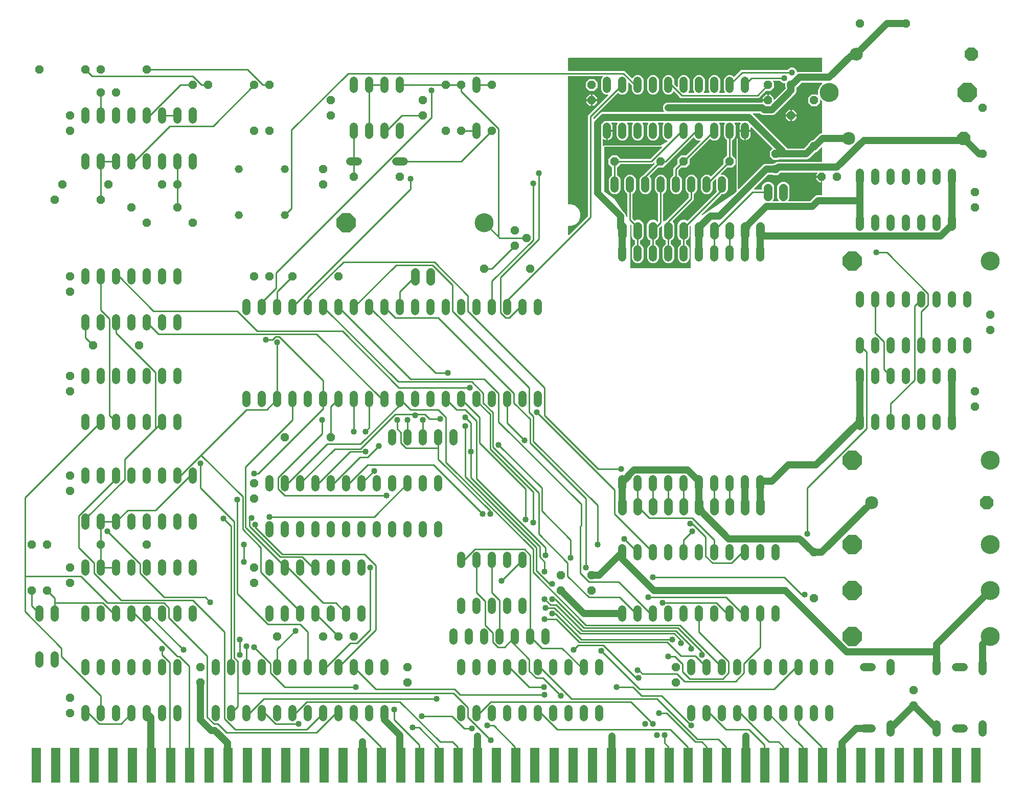
<source format=gtl>
G04 EAGLE Gerber RS-274X export*
G75*
%MOMM*%
%FSLAX34Y34*%
%LPD*%
%INTop Copper*%
%IPPOS*%
%AMOC8*
5,1,8,0,0,1.08239X$1,22.5*%
G01*
%ADD10C,1.320800*%
%ADD11P,1.429621X8X112.500000*%
%ADD12P,1.429621X8X292.500000*%
%ADD13P,1.429621X8X22.500000*%
%ADD14C,1.422400*%
%ADD15P,1.539592X8X22.500000*%
%ADD16P,1.539592X8X202.500000*%
%ADD17P,1.429621X8X202.500000*%
%ADD18C,3.149600*%
%ADD19P,3.409096X8X202.500000*%
%ADD20C,1.320800*%
%ADD21P,3.409096X8X22.500000*%
%ADD22C,1.447800*%
%ADD23R,1.524000X5.842000*%
%ADD24C,2.159000*%
%ADD25P,2.336880X8X22.500000*%
%ADD26C,1.117600*%
%ADD27C,1.168400*%
%ADD28C,1.016000*%
%ADD29C,0.254000*%

G36*
X-801604Y229366D02*
X-801604Y229366D01*
X-801585Y229364D01*
X-801483Y229386D01*
X-801381Y229402D01*
X-801364Y229412D01*
X-801344Y229416D01*
X-801255Y229469D01*
X-801164Y229518D01*
X-801150Y229532D01*
X-801133Y229542D01*
X-801066Y229621D01*
X-800994Y229696D01*
X-800986Y229714D01*
X-800973Y229729D01*
X-800934Y229825D01*
X-800891Y229919D01*
X-800889Y229939D01*
X-800881Y229957D01*
X-800863Y230124D01*
X-800863Y299267D01*
X-800874Y299338D01*
X-800876Y299409D01*
X-800894Y299458D01*
X-800902Y299510D01*
X-800936Y299573D01*
X-800961Y299640D01*
X-800993Y299681D01*
X-801018Y299727D01*
X-801069Y299776D01*
X-801114Y299832D01*
X-801158Y299861D01*
X-801196Y299896D01*
X-801261Y299927D01*
X-801321Y299965D01*
X-801372Y299978D01*
X-801419Y300000D01*
X-801490Y300008D01*
X-801560Y300025D01*
X-801612Y300021D01*
X-801663Y300027D01*
X-801734Y300012D01*
X-801805Y300006D01*
X-801853Y299986D01*
X-801904Y299975D01*
X-801965Y299938D01*
X-802031Y299910D01*
X-802087Y299865D01*
X-802115Y299849D01*
X-802130Y299831D01*
X-802162Y299805D01*
X-802289Y299678D01*
X-802342Y299604D01*
X-802402Y299535D01*
X-802414Y299505D01*
X-802433Y299478D01*
X-802460Y299391D01*
X-802494Y299307D01*
X-802498Y299266D01*
X-802505Y299243D01*
X-802504Y299211D01*
X-802512Y299140D01*
X-802512Y282815D01*
X-804078Y279033D01*
X-806972Y276139D01*
X-808011Y275709D01*
X-808111Y275647D01*
X-808211Y275588D01*
X-808215Y275583D01*
X-808220Y275580D01*
X-808295Y275489D01*
X-808371Y275401D01*
X-808373Y275395D01*
X-808377Y275390D01*
X-808419Y275282D01*
X-808463Y275173D01*
X-808464Y275165D01*
X-808465Y275160D01*
X-808466Y275142D01*
X-808481Y275006D01*
X-808481Y269772D01*
X-808462Y269657D01*
X-808445Y269541D01*
X-808443Y269535D01*
X-808442Y269529D01*
X-808387Y269427D01*
X-808334Y269322D01*
X-808329Y269317D01*
X-808326Y269312D01*
X-808242Y269232D01*
X-808158Y269149D01*
X-808152Y269146D01*
X-808148Y269142D01*
X-808131Y269134D01*
X-808011Y269068D01*
X-807332Y268787D01*
X-804617Y266072D01*
X-803147Y262524D01*
X-803147Y245476D01*
X-804617Y241928D01*
X-807332Y239213D01*
X-810880Y237743D01*
X-814720Y237743D01*
X-818268Y239213D01*
X-820983Y241928D01*
X-822453Y245476D01*
X-822453Y262524D01*
X-820983Y266072D01*
X-818268Y268787D01*
X-817589Y269068D01*
X-817489Y269130D01*
X-817389Y269190D01*
X-817385Y269195D01*
X-817380Y269198D01*
X-817305Y269289D01*
X-817229Y269377D01*
X-817227Y269383D01*
X-817223Y269388D01*
X-817181Y269496D01*
X-817137Y269605D01*
X-817136Y269613D01*
X-817135Y269617D01*
X-817134Y269635D01*
X-817119Y269772D01*
X-817119Y275006D01*
X-817138Y275121D01*
X-817155Y275237D01*
X-817157Y275242D01*
X-817158Y275249D01*
X-817213Y275351D01*
X-817266Y275456D01*
X-817271Y275460D01*
X-817274Y275466D01*
X-817358Y275546D01*
X-817442Y275628D01*
X-817448Y275632D01*
X-817452Y275635D01*
X-817469Y275643D01*
X-817589Y275709D01*
X-818628Y276139D01*
X-821522Y279033D01*
X-823088Y282815D01*
X-823088Y301385D01*
X-821522Y305167D01*
X-818628Y308061D01*
X-814846Y309627D01*
X-810754Y309627D01*
X-806841Y308006D01*
X-806728Y307979D01*
X-806614Y307951D01*
X-806608Y307951D01*
X-806602Y307950D01*
X-806485Y307961D01*
X-806369Y307970D01*
X-806363Y307972D01*
X-806357Y307973D01*
X-806249Y308021D01*
X-806142Y308066D01*
X-806137Y308071D01*
X-806132Y308073D01*
X-806118Y308086D01*
X-806011Y308171D01*
X-757981Y356202D01*
X-757913Y356297D01*
X-757843Y356390D01*
X-757841Y356396D01*
X-757837Y356401D01*
X-757803Y356513D01*
X-757767Y356624D01*
X-757767Y356631D01*
X-757765Y356637D01*
X-757768Y356753D01*
X-757769Y356870D01*
X-757771Y356877D01*
X-757771Y356882D01*
X-757778Y356900D01*
X-757816Y357031D01*
X-758953Y359776D01*
X-758953Y376102D01*
X-758964Y376173D01*
X-758966Y376244D01*
X-758984Y376293D01*
X-758992Y376345D01*
X-759026Y376408D01*
X-759051Y376475D01*
X-759083Y376516D01*
X-759108Y376562D01*
X-759160Y376611D01*
X-759204Y376667D01*
X-759248Y376696D01*
X-759286Y376731D01*
X-759351Y376762D01*
X-759411Y376800D01*
X-759462Y376813D01*
X-759509Y376835D01*
X-759580Y376843D01*
X-759650Y376860D01*
X-759702Y376856D01*
X-759753Y376862D01*
X-759824Y376847D01*
X-759895Y376841D01*
X-759943Y376821D01*
X-759994Y376810D01*
X-760055Y376773D01*
X-760121Y376745D01*
X-760177Y376700D01*
X-760205Y376684D01*
X-760220Y376666D01*
X-760252Y376640D01*
X-764824Y372068D01*
X-764877Y371994D01*
X-764937Y371925D01*
X-764949Y371895D01*
X-764968Y371868D01*
X-764995Y371781D01*
X-765029Y371697D01*
X-765033Y371656D01*
X-765040Y371633D01*
X-765039Y371601D01*
X-765047Y371530D01*
X-765047Y359776D01*
X-766517Y356228D01*
X-769232Y353513D01*
X-772780Y352043D01*
X-776620Y352043D01*
X-780168Y353513D01*
X-782883Y356228D01*
X-784353Y359776D01*
X-784353Y376824D01*
X-782883Y380372D01*
X-780168Y383087D01*
X-776620Y384557D01*
X-772780Y384557D01*
X-769232Y383087D01*
X-768165Y382020D01*
X-768148Y382008D01*
X-768136Y381992D01*
X-768049Y381936D01*
X-767965Y381876D01*
X-767946Y381870D01*
X-767929Y381859D01*
X-767829Y381834D01*
X-767730Y381804D01*
X-767710Y381804D01*
X-767691Y381799D01*
X-767588Y381807D01*
X-767484Y381810D01*
X-767465Y381817D01*
X-767445Y381818D01*
X-767350Y381859D01*
X-767253Y381894D01*
X-767237Y381907D01*
X-767219Y381915D01*
X-767088Y382020D01*
X-746984Y402124D01*
X-746931Y402198D01*
X-746871Y402267D01*
X-746859Y402297D01*
X-746840Y402324D01*
X-746813Y402411D01*
X-746779Y402495D01*
X-746775Y402536D01*
X-746768Y402559D01*
X-746769Y402591D01*
X-746761Y402662D01*
X-746761Y410609D01*
X-741142Y416228D01*
X-741089Y416302D01*
X-741029Y416371D01*
X-741017Y416401D01*
X-740998Y416427D01*
X-740971Y416514D01*
X-740937Y416599D01*
X-740933Y416640D01*
X-740926Y416663D01*
X-740927Y416695D01*
X-740919Y416766D01*
X-740919Y441428D01*
X-740938Y441543D01*
X-740955Y441659D01*
X-740957Y441665D01*
X-740958Y441671D01*
X-741013Y441773D01*
X-741066Y441878D01*
X-741071Y441883D01*
X-741074Y441888D01*
X-741158Y441968D01*
X-741242Y442051D01*
X-741248Y442054D01*
X-741252Y442058D01*
X-741269Y442066D01*
X-741389Y442132D01*
X-742068Y442413D01*
X-744783Y445128D01*
X-746253Y448676D01*
X-746253Y465724D01*
X-744771Y469300D01*
X-744729Y469345D01*
X-744707Y469392D01*
X-744677Y469434D01*
X-744656Y469503D01*
X-744625Y469568D01*
X-744620Y469620D01*
X-744604Y469669D01*
X-744606Y469741D01*
X-744598Y469812D01*
X-744609Y469863D01*
X-744611Y469915D01*
X-744635Y469983D01*
X-744651Y470053D01*
X-744677Y470098D01*
X-744695Y470146D01*
X-744740Y470202D01*
X-744777Y470264D01*
X-744816Y470298D01*
X-744849Y470338D01*
X-744909Y470377D01*
X-744964Y470424D01*
X-745012Y470443D01*
X-745056Y470471D01*
X-745125Y470489D01*
X-745192Y470516D01*
X-745263Y470524D01*
X-745294Y470532D01*
X-745318Y470530D01*
X-745359Y470534D01*
X-753241Y470534D01*
X-753312Y470523D01*
X-753384Y470521D01*
X-753433Y470503D01*
X-753484Y470495D01*
X-753548Y470461D01*
X-753615Y470436D01*
X-753656Y470404D01*
X-753702Y470379D01*
X-753751Y470328D01*
X-753807Y470283D01*
X-753835Y470239D01*
X-753871Y470201D01*
X-753901Y470136D01*
X-753940Y470076D01*
X-753953Y470025D01*
X-753975Y469978D01*
X-753982Y469907D01*
X-754000Y469837D01*
X-753996Y469785D01*
X-754002Y469734D01*
X-753986Y469663D01*
X-753981Y469592D01*
X-753960Y469544D01*
X-753949Y469493D01*
X-753913Y469432D01*
X-753884Y469366D01*
X-753840Y469310D01*
X-753823Y469282D01*
X-753820Y469279D01*
X-752347Y465724D01*
X-752347Y448676D01*
X-753817Y445128D01*
X-756532Y442413D01*
X-760080Y440943D01*
X-763920Y440943D01*
X-767468Y442413D01*
X-768535Y443480D01*
X-768552Y443492D01*
X-768564Y443508D01*
X-768651Y443564D01*
X-768735Y443624D01*
X-768754Y443630D01*
X-768771Y443641D01*
X-768871Y443666D01*
X-768970Y443696D01*
X-768990Y443696D01*
X-769009Y443701D01*
X-769112Y443693D01*
X-769216Y443690D01*
X-769235Y443683D01*
X-769255Y443682D01*
X-769350Y443641D01*
X-769447Y443606D01*
X-769463Y443593D01*
X-769481Y443585D01*
X-769612Y443480D01*
X-802416Y410676D01*
X-802469Y410602D01*
X-802529Y410533D01*
X-802541Y410503D01*
X-802560Y410476D01*
X-802587Y410389D01*
X-802621Y410305D01*
X-802625Y410264D01*
X-802632Y410241D01*
X-802631Y410209D01*
X-802639Y410138D01*
X-802639Y402191D01*
X-808591Y396239D01*
X-816538Y396239D01*
X-816628Y396225D01*
X-816719Y396217D01*
X-816749Y396205D01*
X-816781Y396200D01*
X-816861Y396157D01*
X-816945Y396121D01*
X-816977Y396095D01*
X-816998Y396084D01*
X-817020Y396061D01*
X-817076Y396016D01*
X-820958Y392134D01*
X-821011Y392060D01*
X-821071Y391991D01*
X-821083Y391961D01*
X-821102Y391934D01*
X-821129Y391847D01*
X-821163Y391763D01*
X-821167Y391722D01*
X-821174Y391699D01*
X-821173Y391667D01*
X-821181Y391596D01*
X-821181Y384072D01*
X-821162Y383957D01*
X-821145Y383841D01*
X-821143Y383835D01*
X-821142Y383829D01*
X-821087Y383727D01*
X-821034Y383622D01*
X-821029Y383617D01*
X-821026Y383612D01*
X-820942Y383532D01*
X-820858Y383449D01*
X-820852Y383446D01*
X-820848Y383442D01*
X-820831Y383434D01*
X-820711Y383368D01*
X-820032Y383087D01*
X-817317Y380372D01*
X-815847Y376824D01*
X-815847Y359776D01*
X-817317Y356228D01*
X-820032Y353513D01*
X-823580Y352043D01*
X-827420Y352043D01*
X-830968Y353513D01*
X-833683Y356228D01*
X-835153Y359776D01*
X-835153Y376824D01*
X-833683Y380372D01*
X-830968Y383087D01*
X-830289Y383368D01*
X-830189Y383430D01*
X-830089Y383490D01*
X-830085Y383495D01*
X-830080Y383498D01*
X-830005Y383589D01*
X-829929Y383677D01*
X-829927Y383683D01*
X-829923Y383688D01*
X-829881Y383796D01*
X-829837Y383905D01*
X-829836Y383913D01*
X-829835Y383917D01*
X-829834Y383935D01*
X-829819Y384072D01*
X-829819Y395489D01*
X-823184Y402124D01*
X-823131Y402198D01*
X-823071Y402267D01*
X-823059Y402297D01*
X-823040Y402324D01*
X-823013Y402411D01*
X-822979Y402495D01*
X-822975Y402536D01*
X-822968Y402559D01*
X-822969Y402591D01*
X-822961Y402662D01*
X-822961Y410609D01*
X-817009Y416561D01*
X-809062Y416561D01*
X-808972Y416575D01*
X-808881Y416583D01*
X-808851Y416595D01*
X-808819Y416600D01*
X-808739Y416643D01*
X-808655Y416679D01*
X-808623Y416705D01*
X-808602Y416716D01*
X-808580Y416739D01*
X-808524Y416784D01*
X-785664Y439644D01*
X-785622Y439702D01*
X-785573Y439754D01*
X-785551Y439801D01*
X-785520Y439843D01*
X-785499Y439912D01*
X-785469Y439977D01*
X-785463Y440029D01*
X-785448Y440079D01*
X-785450Y440150D01*
X-785442Y440221D01*
X-785453Y440272D01*
X-785454Y440324D01*
X-785479Y440392D01*
X-785494Y440462D01*
X-785521Y440507D01*
X-785539Y440555D01*
X-785584Y440611D01*
X-785620Y440673D01*
X-785660Y440707D01*
X-785692Y440747D01*
X-785753Y440786D01*
X-785807Y440833D01*
X-785856Y440852D01*
X-785899Y440880D01*
X-785969Y440898D01*
X-786035Y440925D01*
X-786107Y440933D01*
X-786138Y440941D01*
X-786161Y440939D01*
X-786202Y440943D01*
X-789320Y440943D01*
X-792868Y442413D01*
X-795583Y445128D01*
X-795892Y445874D01*
X-795916Y445913D01*
X-795932Y445956D01*
X-795981Y446017D01*
X-796022Y446083D01*
X-796057Y446113D01*
X-796086Y446148D01*
X-796151Y446190D01*
X-796211Y446240D01*
X-796254Y446257D01*
X-796293Y446281D01*
X-796368Y446300D01*
X-796441Y446328D01*
X-796487Y446330D01*
X-796531Y446341D01*
X-796609Y446335D01*
X-796687Y446339D01*
X-796731Y446326D01*
X-796776Y446322D01*
X-796848Y446292D01*
X-796923Y446270D01*
X-796961Y446244D01*
X-797003Y446226D01*
X-797079Y446165D01*
X-797081Y446164D01*
X-797083Y446162D01*
X-797109Y446141D01*
X-797125Y446130D01*
X-797128Y446126D01*
X-797134Y446121D01*
X-838421Y404834D01*
X-840516Y402739D01*
X-840569Y402665D01*
X-840629Y402595D01*
X-840641Y402565D01*
X-840660Y402539D01*
X-840687Y402452D01*
X-840721Y402367D01*
X-840725Y402326D01*
X-840732Y402304D01*
X-840731Y402272D01*
X-840739Y402200D01*
X-840739Y402191D01*
X-846691Y396239D01*
X-854638Y396239D01*
X-854728Y396225D01*
X-854819Y396217D01*
X-854849Y396205D01*
X-854881Y396200D01*
X-854961Y396157D01*
X-855045Y396121D01*
X-855077Y396095D01*
X-855098Y396084D01*
X-855120Y396061D01*
X-855176Y396016D01*
X-868930Y382262D01*
X-868942Y382246D01*
X-868958Y382233D01*
X-869014Y382146D01*
X-869074Y382062D01*
X-869080Y382043D01*
X-869091Y382026D01*
X-869116Y381926D01*
X-869146Y381827D01*
X-869146Y381807D01*
X-869151Y381788D01*
X-869143Y381685D01*
X-869140Y381581D01*
X-869133Y381563D01*
X-869132Y381543D01*
X-869091Y381448D01*
X-869056Y381350D01*
X-869043Y381335D01*
X-869035Y381316D01*
X-868930Y381185D01*
X-868117Y380372D01*
X-866647Y376824D01*
X-866647Y359776D01*
X-868117Y356228D01*
X-870832Y353513D01*
X-874380Y352043D01*
X-878220Y352043D01*
X-881768Y353513D01*
X-884483Y356228D01*
X-885953Y359776D01*
X-885953Y376824D01*
X-884483Y380372D01*
X-881768Y383087D01*
X-879437Y384053D01*
X-879381Y384087D01*
X-879321Y384113D01*
X-879256Y384165D01*
X-879228Y384182D01*
X-879215Y384197D01*
X-879190Y384218D01*
X-861284Y402124D01*
X-861231Y402198D01*
X-861171Y402267D01*
X-861159Y402297D01*
X-861140Y402324D01*
X-861113Y402411D01*
X-861079Y402495D01*
X-861075Y402536D01*
X-861068Y402559D01*
X-861069Y402591D01*
X-861061Y402662D01*
X-861061Y404169D01*
X-861072Y404240D01*
X-861074Y404311D01*
X-861092Y404360D01*
X-861100Y404412D01*
X-861134Y404475D01*
X-861159Y404542D01*
X-861191Y404583D01*
X-861216Y404629D01*
X-861268Y404678D01*
X-861312Y404734D01*
X-861356Y404763D01*
X-861394Y404798D01*
X-861459Y404829D01*
X-861519Y404867D01*
X-861570Y404880D01*
X-861617Y404902D01*
X-861688Y404910D01*
X-861758Y404927D01*
X-861810Y404923D01*
X-861861Y404929D01*
X-861932Y404914D01*
X-862003Y404908D01*
X-862051Y404888D01*
X-862102Y404877D01*
X-862163Y404840D01*
X-862229Y404812D01*
X-862285Y404767D01*
X-862313Y404751D01*
X-862328Y404733D01*
X-862360Y404707D01*
X-864986Y402081D01*
X-916734Y402081D01*
X-916824Y402067D01*
X-916915Y402059D01*
X-916945Y402047D01*
X-916977Y402042D01*
X-917057Y401999D01*
X-917141Y401963D01*
X-917173Y401937D01*
X-917194Y401926D01*
X-917216Y401903D01*
X-917272Y401858D01*
X-922558Y396572D01*
X-922607Y396505D01*
X-922607Y396504D01*
X-922611Y396498D01*
X-922671Y396429D01*
X-922683Y396399D01*
X-922702Y396373D01*
X-922729Y396286D01*
X-922763Y396201D01*
X-922767Y396160D01*
X-922774Y396137D01*
X-922773Y396105D01*
X-922781Y396034D01*
X-922781Y384072D01*
X-922762Y383957D01*
X-922745Y383841D01*
X-922743Y383835D01*
X-922742Y383829D01*
X-922687Y383727D01*
X-922634Y383622D01*
X-922629Y383617D01*
X-922626Y383612D01*
X-922542Y383532D01*
X-922458Y383449D01*
X-922452Y383446D01*
X-922448Y383442D01*
X-922431Y383434D01*
X-922311Y383368D01*
X-921632Y383087D01*
X-918917Y380372D01*
X-917447Y376824D01*
X-917447Y359776D01*
X-918917Y356228D01*
X-921632Y353513D01*
X-925180Y352043D01*
X-929020Y352043D01*
X-932568Y353513D01*
X-935283Y356228D01*
X-936753Y359776D01*
X-936753Y376824D01*
X-935283Y380372D01*
X-932568Y383087D01*
X-931889Y383368D01*
X-931789Y383430D01*
X-931689Y383490D01*
X-931685Y383495D01*
X-931680Y383498D01*
X-931605Y383589D01*
X-931529Y383677D01*
X-931527Y383683D01*
X-931523Y383688D01*
X-931481Y383796D01*
X-931437Y383905D01*
X-931436Y383913D01*
X-931435Y383917D01*
X-931434Y383935D01*
X-931419Y384072D01*
X-931419Y396034D01*
X-931433Y396124D01*
X-931441Y396215D01*
X-931453Y396245D01*
X-931458Y396277D01*
X-931501Y396357D01*
X-931537Y396441D01*
X-931563Y396473D01*
X-931574Y396494D01*
X-931597Y396516D01*
X-931642Y396572D01*
X-937261Y402191D01*
X-937261Y410609D01*
X-931309Y416561D01*
X-922891Y416561D01*
X-917272Y410942D01*
X-917198Y410889D01*
X-917129Y410829D01*
X-917099Y410817D01*
X-917073Y410798D01*
X-916986Y410771D01*
X-916901Y410737D01*
X-916860Y410733D01*
X-916837Y410726D01*
X-916805Y410727D01*
X-916734Y410719D01*
X-868879Y410719D01*
X-868789Y410733D01*
X-868698Y410741D01*
X-868668Y410753D01*
X-868636Y410758D01*
X-868556Y410801D01*
X-868472Y410837D01*
X-868440Y410863D01*
X-868419Y410874D01*
X-868397Y410897D01*
X-868341Y410942D01*
X-848953Y430330D01*
X-848935Y430355D01*
X-848912Y430374D01*
X-848863Y430454D01*
X-848809Y430530D01*
X-848800Y430559D01*
X-848784Y430585D01*
X-848764Y430676D01*
X-848737Y430765D01*
X-848738Y430795D01*
X-848731Y430825D01*
X-848741Y430918D01*
X-848743Y431011D01*
X-848754Y431039D01*
X-848757Y431070D01*
X-848796Y431154D01*
X-848828Y431242D01*
X-848847Y431265D01*
X-848859Y431293D01*
X-848923Y431361D01*
X-848981Y431434D01*
X-849007Y431450D01*
X-849028Y431472D01*
X-849110Y431516D01*
X-849188Y431567D01*
X-849218Y431574D01*
X-849245Y431588D01*
X-849337Y431604D01*
X-849427Y431627D01*
X-849457Y431624D01*
X-849487Y431629D01*
X-849579Y431615D01*
X-849672Y431608D01*
X-849700Y431596D01*
X-849730Y431591D01*
X-849883Y431521D01*
X-850347Y431243D01*
X-850354Y431236D01*
X-850362Y431233D01*
X-850493Y431128D01*
X-850605Y431017D01*
X-850717Y430999D01*
X-850719Y430998D01*
X-850721Y430998D01*
X-850727Y430994D01*
X-850760Y430979D01*
X-850903Y431015D01*
X-850912Y431015D01*
X-850921Y431019D01*
X-851088Y431037D01*
X-943356Y431037D01*
X-943376Y431034D01*
X-943395Y431036D01*
X-943497Y431014D01*
X-943599Y430998D01*
X-943616Y430988D01*
X-943636Y430984D01*
X-943725Y430931D01*
X-943816Y430882D01*
X-943830Y430868D01*
X-943847Y430858D01*
X-943914Y430779D01*
X-943986Y430704D01*
X-943994Y430686D01*
X-944007Y430671D01*
X-944046Y430575D01*
X-944089Y430481D01*
X-944091Y430461D01*
X-944099Y430443D01*
X-944117Y430276D01*
X-944117Y356384D01*
X-944112Y356354D01*
X-944115Y356323D01*
X-944092Y356233D01*
X-944078Y356142D01*
X-944063Y356114D01*
X-944056Y356084D01*
X-944006Y356006D01*
X-943962Y355924D01*
X-943940Y355903D01*
X-943923Y355877D01*
X-943798Y355765D01*
X-926923Y343711D01*
X-926854Y343677D01*
X-926789Y343635D01*
X-926730Y343616D01*
X-926702Y343602D01*
X-926676Y343598D01*
X-926642Y343588D01*
X-926620Y343556D01*
X-926583Y343516D01*
X-926554Y343470D01*
X-926473Y343397D01*
X-926453Y343376D01*
X-926443Y343370D01*
X-926429Y343358D01*
X-926397Y343335D01*
X-926377Y343275D01*
X-926361Y343200D01*
X-926332Y343144D01*
X-926322Y343115D01*
X-926306Y343094D01*
X-926284Y343051D01*
X-914614Y325545D01*
X-914597Y325528D01*
X-914518Y325429D01*
X-910038Y320949D01*
X-908684Y317681D01*
X-908684Y316882D01*
X-908683Y316872D01*
X-908683Y316867D01*
X-908682Y316862D01*
X-908684Y316849D01*
X-908662Y316745D01*
X-908645Y316639D01*
X-908637Y316625D01*
X-908634Y316609D01*
X-908556Y316460D01*
X-907413Y314745D01*
X-907397Y314728D01*
X-907386Y314707D01*
X-907314Y314638D01*
X-907246Y314565D01*
X-907225Y314554D01*
X-907208Y314538D01*
X-907117Y314496D01*
X-907029Y314448D01*
X-907006Y314444D01*
X-906985Y314434D01*
X-906886Y314423D01*
X-906787Y314406D01*
X-906764Y314410D01*
X-906741Y314407D01*
X-906643Y314428D01*
X-906544Y314444D01*
X-906523Y314454D01*
X-906500Y314459D01*
X-906414Y314511D01*
X-906325Y314557D01*
X-906309Y314574D01*
X-906289Y314586D01*
X-906224Y314662D01*
X-906154Y314734D01*
X-906144Y314755D01*
X-906129Y314772D01*
X-906092Y314865D01*
X-906049Y314956D01*
X-906046Y314979D01*
X-906037Y315001D01*
X-906019Y315167D01*
X-906019Y352528D01*
X-906038Y352643D01*
X-906055Y352759D01*
X-906057Y352765D01*
X-906058Y352771D01*
X-906113Y352873D01*
X-906166Y352978D01*
X-906171Y352983D01*
X-906174Y352988D01*
X-906258Y353068D01*
X-906342Y353151D01*
X-906348Y353154D01*
X-906352Y353158D01*
X-906369Y353166D01*
X-906489Y353232D01*
X-907168Y353513D01*
X-909883Y356228D01*
X-911353Y359776D01*
X-911353Y376824D01*
X-909883Y380372D01*
X-907168Y383087D01*
X-903620Y384557D01*
X-899780Y384557D01*
X-896232Y383087D01*
X-893517Y380372D01*
X-892047Y376824D01*
X-892047Y359776D01*
X-893517Y356228D01*
X-896232Y353513D01*
X-896911Y353232D01*
X-897011Y353170D01*
X-897111Y353110D01*
X-897115Y353105D01*
X-897120Y353102D01*
X-897195Y353011D01*
X-897271Y352923D01*
X-897273Y352917D01*
X-897277Y352912D01*
X-897319Y352803D01*
X-897363Y352695D01*
X-897364Y352687D01*
X-897365Y352683D01*
X-897366Y352665D01*
X-897381Y352528D01*
X-897381Y311667D01*
X-897367Y311577D01*
X-897359Y311486D01*
X-897347Y311456D01*
X-897342Y311424D01*
X-897299Y311343D01*
X-897263Y311259D01*
X-897237Y311227D01*
X-897226Y311207D01*
X-897203Y311184D01*
X-897158Y311128D01*
X-894666Y308636D01*
X-894572Y308568D01*
X-894477Y308498D01*
X-894471Y308496D01*
X-894466Y308493D01*
X-894355Y308458D01*
X-894243Y308422D01*
X-894237Y308422D01*
X-894231Y308420D01*
X-894114Y308423D01*
X-893997Y308424D01*
X-893990Y308426D01*
X-893985Y308427D01*
X-893968Y308433D01*
X-893836Y308471D01*
X-891046Y309627D01*
X-886954Y309627D01*
X-883172Y308061D01*
X-880278Y305167D01*
X-878712Y301385D01*
X-878712Y282815D01*
X-880278Y279033D01*
X-883172Y276139D01*
X-884211Y275709D01*
X-884311Y275647D01*
X-884411Y275588D01*
X-884415Y275583D01*
X-884420Y275580D01*
X-884495Y275489D01*
X-884571Y275401D01*
X-884573Y275395D01*
X-884577Y275390D01*
X-884619Y275282D01*
X-884663Y275173D01*
X-884664Y275165D01*
X-884665Y275160D01*
X-884666Y275142D01*
X-884681Y275006D01*
X-884681Y269772D01*
X-884662Y269657D01*
X-884645Y269541D01*
X-884643Y269535D01*
X-884642Y269529D01*
X-884587Y269427D01*
X-884534Y269322D01*
X-884529Y269317D01*
X-884526Y269312D01*
X-884442Y269232D01*
X-884358Y269149D01*
X-884352Y269146D01*
X-884348Y269142D01*
X-884331Y269134D01*
X-884211Y269068D01*
X-883532Y268787D01*
X-880817Y266072D01*
X-879347Y262524D01*
X-879347Y245476D01*
X-880817Y241928D01*
X-883532Y239213D01*
X-887080Y237743D01*
X-890920Y237743D01*
X-894468Y239213D01*
X-897183Y241928D01*
X-898653Y245476D01*
X-898653Y262524D01*
X-897183Y266072D01*
X-894468Y268787D01*
X-893789Y269068D01*
X-893689Y269130D01*
X-893589Y269190D01*
X-893585Y269195D01*
X-893580Y269198D01*
X-893505Y269289D01*
X-893429Y269377D01*
X-893427Y269383D01*
X-893423Y269388D01*
X-893381Y269496D01*
X-893337Y269605D01*
X-893336Y269613D01*
X-893335Y269617D01*
X-893334Y269635D01*
X-893319Y269772D01*
X-893319Y275006D01*
X-893338Y275121D01*
X-893355Y275237D01*
X-893357Y275242D01*
X-893358Y275249D01*
X-893413Y275351D01*
X-893466Y275456D01*
X-893471Y275460D01*
X-893474Y275466D01*
X-893558Y275546D01*
X-893642Y275628D01*
X-893648Y275632D01*
X-893652Y275635D01*
X-893669Y275643D01*
X-893789Y275709D01*
X-894828Y276139D01*
X-897722Y279033D01*
X-899288Y282815D01*
X-899288Y300727D01*
X-899302Y300817D01*
X-899310Y300908D01*
X-899322Y300938D01*
X-899327Y300970D01*
X-899370Y301051D01*
X-899406Y301135D01*
X-899432Y301167D01*
X-899443Y301187D01*
X-899466Y301210D01*
X-899511Y301266D01*
X-899638Y301393D01*
X-899696Y301434D01*
X-899748Y301484D01*
X-899795Y301506D01*
X-899837Y301536D01*
X-899906Y301557D01*
X-899971Y301587D01*
X-900023Y301593D01*
X-900072Y301609D01*
X-900144Y301607D01*
X-900215Y301615D01*
X-900266Y301604D01*
X-900318Y301602D01*
X-900386Y301578D01*
X-900456Y301562D01*
X-900501Y301536D01*
X-900549Y301518D01*
X-900605Y301473D01*
X-900667Y301436D01*
X-900701Y301397D01*
X-900741Y301364D01*
X-900780Y301304D01*
X-900827Y301249D01*
X-900846Y301201D01*
X-900874Y301157D01*
X-900892Y301088D01*
X-900919Y301021D01*
X-900927Y300950D01*
X-900935Y300919D01*
X-900933Y300895D01*
X-900937Y300854D01*
X-900937Y230124D01*
X-900934Y230104D01*
X-900936Y230085D01*
X-900914Y229983D01*
X-900898Y229881D01*
X-900888Y229864D01*
X-900884Y229844D01*
X-900831Y229755D01*
X-900782Y229664D01*
X-900768Y229650D01*
X-900758Y229633D01*
X-900679Y229566D01*
X-900604Y229494D01*
X-900586Y229486D01*
X-900571Y229473D01*
X-900475Y229434D01*
X-900381Y229391D01*
X-900361Y229389D01*
X-900343Y229381D01*
X-900176Y229363D01*
X-801624Y229363D01*
X-801604Y229366D01*
G37*
G36*
X-961598Y476772D02*
X-961598Y476772D01*
X-961527Y476778D01*
X-961479Y476798D01*
X-961428Y476809D01*
X-961366Y476846D01*
X-961300Y476874D01*
X-961246Y476918D01*
X-961235Y476924D01*
X-961232Y476926D01*
X-961217Y476936D01*
X-961201Y476953D01*
X-961169Y476979D01*
X-953794Y484354D01*
X-951186Y486962D01*
X-947918Y488316D01*
X-845627Y488316D01*
X-845556Y488327D01*
X-845484Y488329D01*
X-845436Y488347D01*
X-845384Y488355D01*
X-845321Y488389D01*
X-845253Y488414D01*
X-845213Y488446D01*
X-845167Y488471D01*
X-845117Y488523D01*
X-845061Y488567D01*
X-845033Y488611D01*
X-844997Y488649D01*
X-844967Y488714D01*
X-844928Y488774D01*
X-844916Y488825D01*
X-844894Y488872D01*
X-844886Y488943D01*
X-844868Y489013D01*
X-844872Y489065D01*
X-844867Y489116D01*
X-844882Y489187D01*
X-844888Y489258D01*
X-844908Y489306D01*
X-844919Y489357D01*
X-844956Y489418D01*
X-844984Y489484D01*
X-845029Y489540D01*
X-845045Y489568D01*
X-845063Y489583D01*
X-845089Y489615D01*
X-845737Y490264D01*
X-847091Y493532D01*
X-847091Y497068D01*
X-845737Y500336D01*
X-843236Y502837D01*
X-839968Y504191D01*
X-683006Y504191D01*
X-682986Y504194D01*
X-682967Y504192D01*
X-682865Y504214D01*
X-682763Y504230D01*
X-682746Y504240D01*
X-682726Y504244D01*
X-682637Y504297D01*
X-682546Y504346D01*
X-682532Y504360D01*
X-682515Y504370D01*
X-682448Y504449D01*
X-682376Y504524D01*
X-682368Y504542D01*
X-682355Y504557D01*
X-682316Y504653D01*
X-682273Y504747D01*
X-682271Y504767D01*
X-682263Y504785D01*
X-682245Y504952D01*
X-682245Y506477D01*
X-673862Y506477D01*
X-673842Y506480D01*
X-673823Y506478D01*
X-673721Y506500D01*
X-673619Y506517D01*
X-673602Y506526D01*
X-673582Y506530D01*
X-673493Y506583D01*
X-673402Y506632D01*
X-673388Y506646D01*
X-673371Y506656D01*
X-673304Y506735D01*
X-673233Y506810D01*
X-673224Y506828D01*
X-673211Y506843D01*
X-673173Y506939D01*
X-673129Y507033D01*
X-673127Y507053D01*
X-673119Y507071D01*
X-673101Y507238D01*
X-673101Y508001D01*
X-672338Y508001D01*
X-672318Y508004D01*
X-672299Y508002D01*
X-672197Y508024D01*
X-672095Y508041D01*
X-672078Y508050D01*
X-672058Y508054D01*
X-671969Y508107D01*
X-671878Y508156D01*
X-671864Y508170D01*
X-671847Y508180D01*
X-671780Y508259D01*
X-671709Y508334D01*
X-671700Y508352D01*
X-671687Y508367D01*
X-671648Y508463D01*
X-671605Y508557D01*
X-671603Y508577D01*
X-671595Y508595D01*
X-671577Y508762D01*
X-671577Y517145D01*
X-669312Y517145D01*
X-663955Y511788D01*
X-663955Y509331D01*
X-663944Y509260D01*
X-663942Y509188D01*
X-663924Y509140D01*
X-663916Y509088D01*
X-663882Y509025D01*
X-663857Y508957D01*
X-663825Y508917D01*
X-663800Y508871D01*
X-663748Y508821D01*
X-663704Y508765D01*
X-663660Y508737D01*
X-663622Y508701D01*
X-663557Y508671D01*
X-663497Y508632D01*
X-663446Y508620D01*
X-663399Y508598D01*
X-663328Y508590D01*
X-663258Y508572D01*
X-663206Y508576D01*
X-663155Y508571D01*
X-663084Y508586D01*
X-663013Y508592D01*
X-662965Y508612D01*
X-662914Y508623D01*
X-662853Y508660D01*
X-662787Y508688D01*
X-662731Y508733D01*
X-662703Y508749D01*
X-662688Y508767D01*
X-662656Y508793D01*
X-644114Y527335D01*
X-644061Y527409D01*
X-644001Y527478D01*
X-643989Y527508D01*
X-643970Y527534D01*
X-643943Y527621D01*
X-643909Y527706D01*
X-643905Y527747D01*
X-643898Y527770D01*
X-643899Y527802D01*
X-643891Y527873D01*
X-643891Y528324D01*
X-643905Y528414D01*
X-643913Y528505D01*
X-643925Y528535D01*
X-643930Y528567D01*
X-643973Y528648D01*
X-644009Y528732D01*
X-644035Y528764D01*
X-644046Y528785D01*
X-644069Y528807D01*
X-644114Y528863D01*
X-644653Y529402D01*
X-644653Y535623D01*
X-644656Y535642D01*
X-644654Y535662D01*
X-644676Y535763D01*
X-644692Y535865D01*
X-644702Y535883D01*
X-644706Y535902D01*
X-644759Y535991D01*
X-644808Y536083D01*
X-644822Y536096D01*
X-644832Y536113D01*
X-644911Y536181D01*
X-644986Y536252D01*
X-645004Y536260D01*
X-645019Y536273D01*
X-645115Y536312D01*
X-645209Y536356D01*
X-645229Y536358D01*
X-645247Y536365D01*
X-645414Y536384D01*
X-647729Y536384D01*
X-650717Y537621D01*
X-653067Y539971D01*
X-653141Y540024D01*
X-653210Y540083D01*
X-653240Y540096D01*
X-653266Y540114D01*
X-653353Y540141D01*
X-653438Y540175D01*
X-653479Y540180D01*
X-653501Y540187D01*
X-653534Y540186D01*
X-653605Y540194D01*
X-664405Y540194D01*
X-664476Y540182D01*
X-664547Y540180D01*
X-664596Y540162D01*
X-664648Y540154D01*
X-664711Y540120D01*
X-664778Y540096D01*
X-664819Y540063D01*
X-664865Y540039D01*
X-664914Y539987D01*
X-664970Y539942D01*
X-664999Y539898D01*
X-665034Y539861D01*
X-665065Y539796D01*
X-665103Y539735D01*
X-665116Y539685D01*
X-665138Y539638D01*
X-665146Y539566D01*
X-665163Y539497D01*
X-665159Y539445D01*
X-665165Y539393D01*
X-665150Y539323D01*
X-665144Y539252D01*
X-665124Y539204D01*
X-665113Y539153D01*
X-665076Y539091D01*
X-665048Y539025D01*
X-665003Y538969D01*
X-664987Y538942D01*
X-664969Y538926D01*
X-664943Y538894D01*
X-663447Y537398D01*
X-663447Y529402D01*
X-669102Y523747D01*
X-676330Y523747D01*
X-676420Y523733D01*
X-676511Y523725D01*
X-676541Y523713D01*
X-676573Y523708D01*
X-676653Y523665D01*
X-676737Y523629D01*
X-676769Y523603D01*
X-676790Y523592D01*
X-676812Y523569D01*
X-676868Y523524D01*
X-688774Y511619D01*
X-817764Y511619D01*
X-820517Y514372D01*
X-828466Y522321D01*
X-828504Y522348D01*
X-828535Y522382D01*
X-828603Y522419D01*
X-828666Y522465D01*
X-828710Y522478D01*
X-828750Y522500D01*
X-828827Y522514D01*
X-828901Y522537D01*
X-828947Y522536D01*
X-828992Y522544D01*
X-829069Y522533D01*
X-829147Y522531D01*
X-829190Y522515D01*
X-829235Y522508D01*
X-829305Y522473D01*
X-829378Y522446D01*
X-829414Y522418D01*
X-829455Y522397D01*
X-829509Y522341D01*
X-829570Y522293D01*
X-829595Y522254D01*
X-829627Y522221D01*
X-829693Y522101D01*
X-829703Y522086D01*
X-829704Y522081D01*
X-829708Y522074D01*
X-830017Y521328D01*
X-832732Y518613D01*
X-836280Y517143D01*
X-840120Y517143D01*
X-843668Y518613D01*
X-846383Y521328D01*
X-847853Y524876D01*
X-847853Y541924D01*
X-846383Y545472D01*
X-843668Y548187D01*
X-840120Y549657D01*
X-836280Y549657D01*
X-832732Y548187D01*
X-830017Y545472D01*
X-828547Y541924D01*
X-828547Y534933D01*
X-828533Y534843D01*
X-828525Y534752D01*
X-828513Y534722D01*
X-828508Y534690D01*
X-828465Y534609D01*
X-828429Y534525D01*
X-828403Y534493D01*
X-828392Y534473D01*
X-828369Y534450D01*
X-828324Y534394D01*
X-823752Y529822D01*
X-823694Y529781D01*
X-823642Y529731D01*
X-823595Y529709D01*
X-823553Y529679D01*
X-823484Y529658D01*
X-823419Y529628D01*
X-823367Y529622D01*
X-823317Y529606D01*
X-823246Y529608D01*
X-823175Y529600D01*
X-823124Y529611D01*
X-823072Y529613D01*
X-823004Y529637D01*
X-822934Y529653D01*
X-822889Y529679D01*
X-822841Y529697D01*
X-822785Y529742D01*
X-822723Y529779D01*
X-822689Y529818D01*
X-822649Y529851D01*
X-822610Y529911D01*
X-822563Y529966D01*
X-822544Y530014D01*
X-822516Y530058D01*
X-822498Y530127D01*
X-822471Y530194D01*
X-822463Y530265D01*
X-822455Y530296D01*
X-822457Y530320D01*
X-822453Y530361D01*
X-822453Y541924D01*
X-820983Y545472D01*
X-818268Y548187D01*
X-814720Y549657D01*
X-810880Y549657D01*
X-807332Y548187D01*
X-804617Y545472D01*
X-803147Y541924D01*
X-803147Y524876D01*
X-804625Y521309D01*
X-804635Y521264D01*
X-804655Y521222D01*
X-804663Y521145D01*
X-804681Y521069D01*
X-804677Y521024D01*
X-804682Y520978D01*
X-804665Y520902D01*
X-804658Y520824D01*
X-804639Y520783D01*
X-804630Y520738D01*
X-804590Y520671D01*
X-804558Y520600D01*
X-804527Y520566D01*
X-804503Y520527D01*
X-804444Y520476D01*
X-804392Y520419D01*
X-804351Y520396D01*
X-804316Y520367D01*
X-804244Y520338D01*
X-804176Y520300D01*
X-804131Y520292D01*
X-804088Y520275D01*
X-803952Y520260D01*
X-803934Y520256D01*
X-803929Y520257D01*
X-803922Y520256D01*
X-796278Y520256D01*
X-796233Y520264D01*
X-796187Y520262D01*
X-796112Y520283D01*
X-796036Y520296D01*
X-795995Y520317D01*
X-795951Y520330D01*
X-795887Y520375D01*
X-795818Y520411D01*
X-795787Y520444D01*
X-795749Y520470D01*
X-795703Y520533D01*
X-795649Y520589D01*
X-795630Y520631D01*
X-795602Y520668D01*
X-795578Y520742D01*
X-795545Y520812D01*
X-795540Y520858D01*
X-795526Y520902D01*
X-795527Y520980D01*
X-795518Y521057D01*
X-795528Y521102D01*
X-795528Y521148D01*
X-795567Y521279D01*
X-795570Y521297D01*
X-795573Y521302D01*
X-795575Y521309D01*
X-797053Y524876D01*
X-797053Y541924D01*
X-795583Y545472D01*
X-792868Y548187D01*
X-789320Y549657D01*
X-785480Y549657D01*
X-781932Y548187D01*
X-779217Y545472D01*
X-777747Y541924D01*
X-777747Y524876D01*
X-779225Y521309D01*
X-779235Y521264D01*
X-779255Y521222D01*
X-779263Y521145D01*
X-779281Y521069D01*
X-779277Y521024D01*
X-779282Y520978D01*
X-779265Y520902D01*
X-779258Y520824D01*
X-779239Y520783D01*
X-779230Y520738D01*
X-779190Y520671D01*
X-779158Y520600D01*
X-779127Y520566D01*
X-779103Y520527D01*
X-779044Y520476D01*
X-778992Y520419D01*
X-778951Y520396D01*
X-778916Y520367D01*
X-778844Y520338D01*
X-778776Y520300D01*
X-778731Y520292D01*
X-778688Y520275D01*
X-778552Y520260D01*
X-778534Y520256D01*
X-778529Y520257D01*
X-778522Y520256D01*
X-770878Y520256D01*
X-770833Y520264D01*
X-770787Y520262D01*
X-770712Y520283D01*
X-770636Y520296D01*
X-770595Y520317D01*
X-770551Y520330D01*
X-770487Y520375D01*
X-770418Y520411D01*
X-770387Y520444D01*
X-770349Y520470D01*
X-770303Y520533D01*
X-770249Y520589D01*
X-770230Y520631D01*
X-770202Y520668D01*
X-770178Y520742D01*
X-770145Y520812D01*
X-770140Y520858D01*
X-770126Y520902D01*
X-770127Y520980D01*
X-770118Y521057D01*
X-770128Y521102D01*
X-770128Y521148D01*
X-770167Y521279D01*
X-770170Y521297D01*
X-770173Y521302D01*
X-770175Y521309D01*
X-771653Y524876D01*
X-771653Y541924D01*
X-770183Y545472D01*
X-767468Y548187D01*
X-763920Y549657D01*
X-760080Y549657D01*
X-756532Y548187D01*
X-753817Y545472D01*
X-752347Y541924D01*
X-752347Y524876D01*
X-753825Y521309D01*
X-753835Y521264D01*
X-753855Y521222D01*
X-753863Y521145D01*
X-753881Y521069D01*
X-753877Y521024D01*
X-753882Y520978D01*
X-753865Y520902D01*
X-753858Y520824D01*
X-753839Y520783D01*
X-753830Y520738D01*
X-753790Y520671D01*
X-753758Y520600D01*
X-753727Y520566D01*
X-753703Y520527D01*
X-753644Y520476D01*
X-753592Y520419D01*
X-753551Y520396D01*
X-753516Y520367D01*
X-753444Y520338D01*
X-753376Y520300D01*
X-753331Y520292D01*
X-753288Y520275D01*
X-753152Y520260D01*
X-753134Y520256D01*
X-753129Y520257D01*
X-753122Y520256D01*
X-745478Y520256D01*
X-745433Y520264D01*
X-745387Y520262D01*
X-745312Y520283D01*
X-745236Y520296D01*
X-745195Y520317D01*
X-745151Y520330D01*
X-745087Y520375D01*
X-745018Y520411D01*
X-744987Y520444D01*
X-744949Y520470D01*
X-744903Y520533D01*
X-744849Y520589D01*
X-744830Y520631D01*
X-744802Y520668D01*
X-744778Y520742D01*
X-744745Y520812D01*
X-744740Y520858D01*
X-744726Y520902D01*
X-744727Y520980D01*
X-744718Y521057D01*
X-744728Y521102D01*
X-744728Y521148D01*
X-744767Y521279D01*
X-744770Y521297D01*
X-744773Y521302D01*
X-744775Y521309D01*
X-746253Y524876D01*
X-746253Y541924D01*
X-744783Y545472D01*
X-742068Y548187D01*
X-738520Y549657D01*
X-734680Y549657D01*
X-731132Y548187D01*
X-730065Y547120D01*
X-730048Y547108D01*
X-730036Y547092D01*
X-729949Y547036D01*
X-729865Y546976D01*
X-729846Y546970D01*
X-729829Y546959D01*
X-729729Y546934D01*
X-729630Y546904D01*
X-729610Y546904D01*
X-729591Y546899D01*
X-729488Y546907D01*
X-729384Y546910D01*
X-729365Y546917D01*
X-729345Y546918D01*
X-729250Y546959D01*
X-729153Y546994D01*
X-729137Y547007D01*
X-729119Y547015D01*
X-728988Y547120D01*
X-717751Y558356D01*
X-640905Y558356D01*
X-640815Y558371D01*
X-640724Y558378D01*
X-640694Y558391D01*
X-640662Y558396D01*
X-640581Y558439D01*
X-640498Y558474D01*
X-640465Y558500D01*
X-640445Y558511D01*
X-640423Y558534D01*
X-640367Y558579D01*
X-638017Y560929D01*
X-635029Y562166D01*
X-631796Y562166D01*
X-628808Y560929D01*
X-626521Y558642D01*
X-625284Y555654D01*
X-625284Y554969D01*
X-625276Y554924D01*
X-625278Y554878D01*
X-625257Y554803D01*
X-625244Y554726D01*
X-625223Y554686D01*
X-625210Y554642D01*
X-625165Y554578D01*
X-625129Y554509D01*
X-625096Y554477D01*
X-625069Y554440D01*
X-625007Y554393D01*
X-624951Y554340D01*
X-624909Y554320D01*
X-624872Y554293D01*
X-624798Y554269D01*
X-624728Y554236D01*
X-624682Y554231D01*
X-624638Y554217D01*
X-624560Y554217D01*
X-624483Y554209D01*
X-624438Y554219D01*
X-624392Y554219D01*
X-624261Y554257D01*
X-624243Y554261D01*
X-624238Y554264D01*
X-624231Y554266D01*
X-622481Y554991D01*
X-584200Y554991D01*
X-584180Y554994D01*
X-584161Y554992D01*
X-584059Y555014D01*
X-583957Y555030D01*
X-583940Y555040D01*
X-583920Y555044D01*
X-583831Y555097D01*
X-583740Y555146D01*
X-583726Y555160D01*
X-583709Y555170D01*
X-583642Y555249D01*
X-583571Y555324D01*
X-583562Y555342D01*
X-583549Y555357D01*
X-583510Y555453D01*
X-583467Y555547D01*
X-583465Y555567D01*
X-583457Y555585D01*
X-583439Y555752D01*
X-583439Y577723D01*
X-583442Y577743D01*
X-583440Y577762D01*
X-583462Y577864D01*
X-583479Y577966D01*
X-583488Y577983D01*
X-583492Y578003D01*
X-583545Y578092D01*
X-583594Y578183D01*
X-583608Y578197D01*
X-583618Y578214D01*
X-583697Y578281D01*
X-583772Y578353D01*
X-583790Y578361D01*
X-583805Y578374D01*
X-583901Y578413D01*
X-583995Y578456D01*
X-584015Y578458D01*
X-584033Y578466D01*
X-584200Y578484D01*
X-1003300Y578484D01*
X-1003320Y578481D01*
X-1003339Y578483D01*
X-1003441Y578461D01*
X-1003543Y578445D01*
X-1003560Y578435D01*
X-1003580Y578431D01*
X-1003669Y578378D01*
X-1003760Y578329D01*
X-1003774Y578315D01*
X-1003791Y578305D01*
X-1003858Y578226D01*
X-1003930Y578151D01*
X-1003938Y578133D01*
X-1003951Y578118D01*
X-1003990Y578022D01*
X-1004033Y577928D01*
X-1004035Y577908D01*
X-1004043Y577890D01*
X-1004061Y577723D01*
X-1004061Y557530D01*
X-1004058Y557510D01*
X-1004060Y557491D01*
X-1004038Y557389D01*
X-1004022Y557287D01*
X-1004012Y557270D01*
X-1004008Y557250D01*
X-1003955Y557161D01*
X-1003906Y557070D01*
X-1003892Y557056D01*
X-1003882Y557039D01*
X-1003803Y556972D01*
X-1003728Y556900D01*
X-1003710Y556892D01*
X-1003695Y556879D01*
X-1003599Y556840D01*
X-1003505Y556797D01*
X-1003485Y556795D01*
X-1003467Y556787D01*
X-1003300Y556769D01*
X-911024Y556769D01*
X-908271Y554016D01*
X-898734Y544479D01*
X-898696Y544452D01*
X-898665Y544418D01*
X-898597Y544381D01*
X-898534Y544335D01*
X-898490Y544322D01*
X-898450Y544300D01*
X-898373Y544286D01*
X-898299Y544263D01*
X-898253Y544264D01*
X-898208Y544256D01*
X-898131Y544267D01*
X-898053Y544269D01*
X-898010Y544285D01*
X-897965Y544292D01*
X-897895Y544327D01*
X-897822Y544354D01*
X-897786Y544382D01*
X-897745Y544403D01*
X-897691Y544459D01*
X-897630Y544507D01*
X-897605Y544546D01*
X-897573Y544579D01*
X-897507Y544699D01*
X-897497Y544714D01*
X-897496Y544719D01*
X-897492Y544726D01*
X-897183Y545472D01*
X-894468Y548187D01*
X-890920Y549657D01*
X-887080Y549657D01*
X-883532Y548187D01*
X-880817Y545472D01*
X-879347Y541924D01*
X-879347Y524876D01*
X-880817Y521328D01*
X-883532Y518613D01*
X-887080Y517143D01*
X-890920Y517143D01*
X-894468Y518613D01*
X-897183Y521328D01*
X-898653Y524876D01*
X-898653Y531867D01*
X-898667Y531957D01*
X-898675Y532048D01*
X-898687Y532078D01*
X-898692Y532110D01*
X-898735Y532191D01*
X-898771Y532275D01*
X-898797Y532307D01*
X-898808Y532327D01*
X-898831Y532350D01*
X-898876Y532406D01*
X-903448Y536978D01*
X-903506Y537019D01*
X-903558Y537069D01*
X-903605Y537091D01*
X-903647Y537121D01*
X-903716Y537142D01*
X-903781Y537172D01*
X-903833Y537178D01*
X-903883Y537194D01*
X-903954Y537192D01*
X-904025Y537200D01*
X-904076Y537189D01*
X-904128Y537187D01*
X-904196Y537163D01*
X-904266Y537147D01*
X-904311Y537121D01*
X-904359Y537103D01*
X-904415Y537058D01*
X-904477Y537021D01*
X-904511Y536982D01*
X-904551Y536949D01*
X-904590Y536889D01*
X-904637Y536834D01*
X-904656Y536786D01*
X-904684Y536742D01*
X-904702Y536673D01*
X-904729Y536606D01*
X-904737Y536535D01*
X-904745Y536504D01*
X-904743Y536480D01*
X-904747Y536439D01*
X-904747Y524876D01*
X-906217Y521328D01*
X-908932Y518613D01*
X-912480Y517143D01*
X-916320Y517143D01*
X-919868Y518613D01*
X-920935Y519680D01*
X-920952Y519692D01*
X-920964Y519708D01*
X-921051Y519764D01*
X-921135Y519824D01*
X-921154Y519830D01*
X-921171Y519841D01*
X-921271Y519866D01*
X-921370Y519896D01*
X-921390Y519896D01*
X-921409Y519901D01*
X-921512Y519893D01*
X-921616Y519890D01*
X-921635Y519883D01*
X-921655Y519882D01*
X-921750Y519841D01*
X-921847Y519806D01*
X-921863Y519793D01*
X-921881Y519785D01*
X-922012Y519680D01*
X-962246Y479447D01*
X-962299Y479373D01*
X-962358Y479303D01*
X-962371Y479273D01*
X-962389Y479247D01*
X-962416Y479160D01*
X-962450Y479075D01*
X-962455Y479034D01*
X-962462Y479012D01*
X-962461Y478980D01*
X-962469Y478908D01*
X-962469Y477517D01*
X-962466Y477503D01*
X-962468Y477491D01*
X-962457Y477442D01*
X-962455Y477375D01*
X-962437Y477326D01*
X-962429Y477275D01*
X-962395Y477211D01*
X-962371Y477144D01*
X-962338Y477103D01*
X-962314Y477057D01*
X-962262Y477008D01*
X-962217Y476952D01*
X-962173Y476924D01*
X-962136Y476888D01*
X-962071Y476858D01*
X-962010Y476819D01*
X-961960Y476806D01*
X-961913Y476784D01*
X-961841Y476776D01*
X-961772Y476759D01*
X-961720Y476763D01*
X-961668Y476757D01*
X-961598Y476772D01*
G37*
G36*
X-1003190Y284252D02*
X-1003190Y284252D01*
X-1003119Y284257D01*
X-1003071Y284278D01*
X-1003020Y284289D01*
X-1002959Y284326D01*
X-1002893Y284354D01*
X-1002837Y284398D01*
X-1002809Y284415D01*
X-1002794Y284433D01*
X-1002762Y284458D01*
X-971329Y315891D01*
X-971276Y315965D01*
X-971217Y316034D01*
X-971204Y316064D01*
X-971186Y316091D01*
X-971159Y316178D01*
X-971125Y316262D01*
X-971120Y316303D01*
X-971113Y316326D01*
X-971114Y316358D01*
X-971106Y316429D01*
X-971106Y482801D01*
X-938064Y515844D01*
X-938022Y515902D01*
X-937973Y515954D01*
X-937951Y516001D01*
X-937920Y516043D01*
X-937899Y516112D01*
X-937869Y516177D01*
X-937863Y516229D01*
X-937848Y516279D01*
X-937850Y516350D01*
X-937842Y516421D01*
X-937853Y516472D01*
X-937854Y516524D01*
X-937879Y516592D01*
X-937894Y516662D01*
X-937921Y516707D01*
X-937939Y516755D01*
X-937984Y516811D01*
X-938020Y516873D01*
X-938060Y516907D01*
X-938092Y516947D01*
X-938153Y516986D01*
X-938207Y517033D01*
X-938256Y517052D01*
X-938299Y517080D01*
X-938369Y517098D01*
X-938435Y517125D01*
X-938507Y517133D01*
X-938538Y517141D01*
X-938561Y517139D01*
X-938602Y517143D01*
X-941720Y517143D01*
X-945268Y518613D01*
X-947983Y521328D01*
X-949453Y524876D01*
X-949453Y541924D01*
X-947983Y545472D01*
X-946623Y546832D01*
X-946581Y546890D01*
X-946532Y546942D01*
X-946510Y546989D01*
X-946480Y547031D01*
X-946459Y547100D01*
X-946428Y547165D01*
X-946423Y547217D01*
X-946407Y547267D01*
X-946409Y547338D01*
X-946401Y547409D01*
X-946412Y547460D01*
X-946414Y547512D01*
X-946438Y547580D01*
X-946454Y547650D01*
X-946480Y547695D01*
X-946498Y547743D01*
X-946543Y547799D01*
X-946580Y547861D01*
X-946619Y547895D01*
X-946652Y547935D01*
X-946712Y547974D01*
X-946767Y548021D01*
X-946815Y548040D01*
X-946859Y548068D01*
X-946928Y548086D01*
X-946995Y548113D01*
X-947066Y548121D01*
X-947097Y548129D01*
X-947121Y548127D01*
X-947162Y548131D01*
X-1003300Y548131D01*
X-1003320Y548128D01*
X-1003339Y548130D01*
X-1003441Y548108D01*
X-1003543Y548092D01*
X-1003560Y548082D01*
X-1003580Y548078D01*
X-1003669Y548025D01*
X-1003760Y547976D01*
X-1003774Y547962D01*
X-1003791Y547952D01*
X-1003858Y547873D01*
X-1003930Y547798D01*
X-1003938Y547780D01*
X-1003951Y547765D01*
X-1003990Y547669D01*
X-1004033Y547575D01*
X-1004035Y547555D01*
X-1004043Y547537D01*
X-1004061Y547370D01*
X-1004061Y336042D01*
X-1004058Y336022D01*
X-1004060Y336003D01*
X-1004038Y335901D01*
X-1004022Y335799D01*
X-1004012Y335782D01*
X-1004008Y335762D01*
X-1003955Y335673D01*
X-1003906Y335582D01*
X-1003892Y335568D01*
X-1003882Y335551D01*
X-1003803Y335484D01*
X-1003728Y335412D01*
X-1003710Y335404D01*
X-1003695Y335391D01*
X-1003599Y335352D01*
X-1003505Y335309D01*
X-1003485Y335307D01*
X-1003467Y335299D01*
X-1003300Y335281D01*
X-998493Y335281D01*
X-991958Y332574D01*
X-986956Y327572D01*
X-984249Y321037D01*
X-984249Y313963D01*
X-986956Y307428D01*
X-991958Y302426D01*
X-998493Y299719D01*
X-1003300Y299719D01*
X-1003320Y299716D01*
X-1003339Y299718D01*
X-1003441Y299696D01*
X-1003543Y299680D01*
X-1003560Y299670D01*
X-1003580Y299666D01*
X-1003669Y299613D01*
X-1003760Y299564D01*
X-1003774Y299550D01*
X-1003791Y299540D01*
X-1003858Y299461D01*
X-1003930Y299386D01*
X-1003938Y299368D01*
X-1003951Y299353D01*
X-1003990Y299257D01*
X-1004033Y299163D01*
X-1004035Y299143D01*
X-1004043Y299125D01*
X-1004061Y298958D01*
X-1004061Y284997D01*
X-1004050Y284926D01*
X-1004048Y284854D01*
X-1004030Y284805D01*
X-1004022Y284754D01*
X-1003988Y284691D01*
X-1003963Y284623D01*
X-1003931Y284582D01*
X-1003906Y284537D01*
X-1003855Y284487D01*
X-1003810Y284431D01*
X-1003766Y284403D01*
X-1003728Y284367D01*
X-1003663Y284337D01*
X-1003603Y284298D01*
X-1003552Y284285D01*
X-1003505Y284264D01*
X-1003434Y284256D01*
X-1003364Y284238D01*
X-1003312Y284242D01*
X-1003261Y284236D01*
X-1003190Y284252D01*
G37*
G36*
X-613508Y428005D02*
X-613508Y428005D01*
X-613417Y428013D01*
X-613387Y428025D01*
X-613355Y428030D01*
X-613275Y428073D01*
X-613191Y428109D01*
X-613159Y428135D01*
X-613138Y428146D01*
X-613116Y428169D01*
X-613060Y428214D01*
X-606776Y434498D01*
X-606723Y434572D01*
X-606663Y434641D01*
X-606651Y434671D01*
X-606632Y434697D01*
X-606605Y434784D01*
X-606571Y434869D01*
X-606567Y434910D01*
X-606560Y434932D01*
X-606561Y434965D01*
X-606553Y435036D01*
X-606553Y435798D01*
X-600898Y441453D01*
X-598679Y441453D01*
X-598663Y441455D01*
X-598647Y441453D01*
X-598542Y441475D01*
X-598437Y441492D01*
X-598422Y441500D01*
X-598406Y441503D01*
X-598257Y441581D01*
X-597864Y441842D01*
X-597847Y441858D01*
X-597748Y441938D01*
X-587649Y452037D01*
X-584381Y453391D01*
X-584200Y453391D01*
X-584180Y453394D01*
X-584161Y453392D01*
X-584059Y453414D01*
X-583957Y453430D01*
X-583940Y453440D01*
X-583920Y453444D01*
X-583831Y453497D01*
X-583740Y453546D01*
X-583726Y453560D01*
X-583709Y453570D01*
X-583642Y453649D01*
X-583571Y453724D01*
X-583562Y453742D01*
X-583549Y453757D01*
X-583510Y453853D01*
X-583467Y453947D01*
X-583465Y453967D01*
X-583457Y453985D01*
X-583439Y454152D01*
X-583439Y505741D01*
X-583454Y505831D01*
X-583461Y505922D01*
X-583473Y505952D01*
X-583479Y505984D01*
X-583521Y506064D01*
X-583557Y506148D01*
X-583583Y506180D01*
X-583594Y506201D01*
X-583617Y506223D01*
X-583662Y506279D01*
X-585948Y508565D01*
X-586006Y508607D01*
X-586058Y508656D01*
X-586105Y508678D01*
X-586147Y508709D01*
X-586216Y508730D01*
X-586281Y508760D01*
X-586333Y508766D01*
X-586383Y508781D01*
X-586454Y508779D01*
X-586525Y508787D01*
X-586576Y508776D01*
X-586628Y508775D01*
X-586696Y508750D01*
X-586766Y508735D01*
X-586811Y508708D01*
X-586859Y508690D01*
X-586915Y508645D01*
X-586977Y508609D01*
X-587011Y508569D01*
X-587051Y508537D01*
X-587090Y508476D01*
X-587137Y508422D01*
X-587156Y508373D01*
X-587184Y508330D01*
X-587202Y508260D01*
X-587229Y508194D01*
X-587237Y508122D01*
X-587245Y508091D01*
X-587243Y508068D01*
X-587247Y508027D01*
X-587247Y504002D01*
X-592902Y498347D01*
X-600898Y498347D01*
X-606553Y504002D01*
X-606553Y511998D01*
X-600898Y517653D01*
X-592902Y517653D01*
X-591596Y516347D01*
X-591538Y516305D01*
X-591486Y516256D01*
X-591439Y516234D01*
X-591397Y516204D01*
X-591328Y516183D01*
X-591263Y516152D01*
X-591211Y516147D01*
X-591161Y516131D01*
X-591090Y516133D01*
X-591019Y516125D01*
X-590968Y516136D01*
X-590916Y516138D01*
X-590848Y516162D01*
X-590778Y516178D01*
X-590733Y516204D01*
X-590685Y516222D01*
X-590629Y516267D01*
X-590567Y516304D01*
X-590533Y516343D01*
X-590493Y516376D01*
X-590454Y516436D01*
X-590407Y516491D01*
X-590388Y516539D01*
X-590360Y516583D01*
X-590342Y516652D01*
X-590315Y516719D01*
X-590307Y516790D01*
X-590299Y516821D01*
X-590301Y516845D01*
X-590297Y516886D01*
X-590297Y524439D01*
X-587435Y531348D01*
X-583662Y535121D01*
X-583609Y535195D01*
X-583549Y535264D01*
X-583537Y535294D01*
X-583518Y535321D01*
X-583491Y535408D01*
X-583457Y535492D01*
X-583453Y535533D01*
X-583446Y535556D01*
X-583447Y535588D01*
X-583439Y535659D01*
X-583439Y536448D01*
X-583442Y536468D01*
X-583440Y536487D01*
X-583462Y536589D01*
X-583479Y536691D01*
X-583488Y536708D01*
X-583492Y536728D01*
X-583545Y536817D01*
X-583594Y536908D01*
X-583608Y536922D01*
X-583618Y536939D01*
X-583697Y537006D01*
X-583772Y537078D01*
X-583790Y537086D01*
X-583805Y537099D01*
X-583901Y537138D01*
X-583995Y537181D01*
X-584015Y537183D01*
X-584033Y537191D01*
X-584200Y537209D01*
X-616715Y537209D01*
X-616805Y537195D01*
X-616896Y537187D01*
X-616925Y537175D01*
X-616957Y537170D01*
X-617038Y537127D01*
X-617122Y537091D01*
X-617154Y537065D01*
X-617175Y537054D01*
X-617197Y537031D01*
X-617253Y536986D01*
X-623282Y530957D01*
X-623296Y530937D01*
X-623376Y530842D01*
X-623834Y530158D01*
X-624511Y529708D01*
X-624528Y529692D01*
X-624627Y529612D01*
X-625201Y529038D01*
X-625639Y528856D01*
X-625739Y528795D01*
X-625839Y528735D01*
X-625843Y528730D01*
X-625848Y528727D01*
X-625923Y528637D01*
X-625999Y528548D01*
X-626001Y528542D01*
X-626005Y528537D01*
X-626047Y528429D01*
X-626091Y528320D01*
X-626092Y528312D01*
X-626093Y528308D01*
X-626094Y528289D01*
X-626109Y528153D01*
X-626109Y522107D01*
X-627463Y518839D01*
X-661714Y484588D01*
X-664982Y483234D01*
X-681218Y483234D01*
X-684486Y484588D01*
X-686085Y486186D01*
X-686159Y486239D01*
X-686228Y486299D01*
X-686258Y486311D01*
X-686284Y486330D01*
X-686371Y486357D01*
X-686456Y486391D01*
X-686497Y486395D01*
X-686520Y486402D01*
X-686552Y486401D01*
X-686623Y486409D01*
X-697423Y486409D01*
X-697494Y486398D01*
X-697566Y486396D01*
X-697614Y486378D01*
X-697666Y486370D01*
X-697729Y486336D01*
X-697797Y486311D01*
X-697837Y486279D01*
X-697883Y486254D01*
X-697933Y486202D01*
X-697989Y486158D01*
X-698017Y486114D01*
X-698053Y486076D01*
X-698083Y486011D01*
X-698122Y485951D01*
X-698134Y485900D01*
X-698156Y485853D01*
X-698164Y485782D01*
X-698182Y485712D01*
X-698178Y485660D01*
X-698183Y485609D01*
X-698168Y485538D01*
X-698162Y485467D01*
X-698142Y485419D01*
X-698131Y485368D01*
X-698094Y485307D01*
X-698066Y485241D01*
X-698021Y485185D01*
X-698005Y485157D01*
X-697987Y485142D01*
X-697961Y485110D01*
X-644358Y431507D01*
X-641750Y428899D01*
X-641569Y428461D01*
X-641507Y428361D01*
X-641447Y428261D01*
X-641443Y428257D01*
X-641439Y428252D01*
X-641349Y428177D01*
X-641260Y428101D01*
X-641255Y428099D01*
X-641250Y428095D01*
X-641141Y428053D01*
X-641032Y428009D01*
X-641025Y428008D01*
X-641020Y428007D01*
X-641002Y428006D01*
X-640866Y427991D01*
X-613598Y427991D01*
X-613508Y428005D01*
G37*
G36*
X-782472Y317568D02*
X-782472Y317568D01*
X-782397Y317574D01*
X-782352Y317593D01*
X-782304Y317603D01*
X-782192Y317661D01*
X-782170Y317670D01*
X-782164Y317676D01*
X-782155Y317680D01*
X-730358Y352212D01*
X-730341Y352228D01*
X-730242Y352307D01*
X-724886Y357663D01*
X-724833Y357737D01*
X-724773Y357806D01*
X-724761Y357836D01*
X-724742Y357862D01*
X-724715Y357949D01*
X-724681Y358034D01*
X-724677Y358075D01*
X-724670Y358097D01*
X-724671Y358130D01*
X-724663Y358201D01*
X-724663Y444816D01*
X-724216Y445263D01*
X-723584Y445263D01*
X-723137Y444816D01*
X-723137Y361249D01*
X-723126Y361178D01*
X-723124Y361106D01*
X-723106Y361058D01*
X-723098Y361006D01*
X-723064Y360943D01*
X-723039Y360875D01*
X-723007Y360835D01*
X-722982Y360789D01*
X-722930Y360739D01*
X-722886Y360683D01*
X-722842Y360655D01*
X-722804Y360619D01*
X-722739Y360589D01*
X-722679Y360550D01*
X-722628Y360538D01*
X-722581Y360516D01*
X-722510Y360508D01*
X-722440Y360490D01*
X-722388Y360494D01*
X-722337Y360489D01*
X-722266Y360504D01*
X-722195Y360510D01*
X-722147Y360530D01*
X-722096Y360541D01*
X-722035Y360578D01*
X-721969Y360606D01*
X-721913Y360651D01*
X-721885Y360667D01*
X-721870Y360685D01*
X-721838Y360711D01*
X-681311Y401237D01*
X-678043Y402591D01*
X-665476Y402591D01*
X-665386Y402605D01*
X-665295Y402613D01*
X-665265Y402625D01*
X-665233Y402630D01*
X-665152Y402673D01*
X-665068Y402709D01*
X-665036Y402735D01*
X-665015Y402746D01*
X-664993Y402769D01*
X-664937Y402814D01*
X-664398Y403353D01*
X-662179Y403353D01*
X-662163Y403355D01*
X-662147Y403353D01*
X-662042Y403375D01*
X-661937Y403392D01*
X-661922Y403400D01*
X-661906Y403403D01*
X-661757Y403481D01*
X-661364Y403742D01*
X-661347Y403758D01*
X-661248Y403838D01*
X-660674Y404412D01*
X-659913Y404727D01*
X-659893Y404740D01*
X-659782Y404797D01*
X-659098Y405254D01*
X-658300Y405411D01*
X-658279Y405419D01*
X-658157Y405455D01*
X-657406Y405766D01*
X-656583Y405766D01*
X-656559Y405770D01*
X-656435Y405780D01*
X-655628Y405940D01*
X-654831Y405781D01*
X-654808Y405780D01*
X-654682Y405766D01*
X-584200Y405766D01*
X-584180Y405769D01*
X-584161Y405767D01*
X-584059Y405789D01*
X-583957Y405805D01*
X-583940Y405815D01*
X-583920Y405819D01*
X-583831Y405872D01*
X-583740Y405921D01*
X-583726Y405935D01*
X-583709Y405945D01*
X-583642Y406024D01*
X-583571Y406099D01*
X-583562Y406117D01*
X-583549Y406132D01*
X-583510Y406228D01*
X-583467Y406322D01*
X-583465Y406342D01*
X-583457Y406360D01*
X-583439Y406527D01*
X-583439Y429263D01*
X-583450Y429333D01*
X-583452Y429405D01*
X-583470Y429454D01*
X-583479Y429505D01*
X-583512Y429569D01*
X-583537Y429636D01*
X-583569Y429677D01*
X-583594Y429723D01*
X-583645Y429772D01*
X-583690Y429828D01*
X-583734Y429856D01*
X-583772Y429892D01*
X-583837Y429922D01*
X-583897Y429961D01*
X-583948Y429974D01*
X-583995Y429996D01*
X-584066Y430004D01*
X-584136Y430021D01*
X-584188Y430017D01*
X-584239Y430023D01*
X-584310Y430008D01*
X-584381Y430002D01*
X-584429Y429982D01*
X-584480Y429971D01*
X-584541Y429934D01*
X-584607Y429906D01*
X-584663Y429861D01*
X-584691Y429844D01*
X-584706Y429827D01*
X-584738Y429801D01*
X-585182Y429357D01*
X-585196Y429337D01*
X-585276Y429242D01*
X-585734Y428558D01*
X-586411Y428108D01*
X-586428Y428092D01*
X-586527Y428012D01*
X-587101Y427438D01*
X-587832Y427135D01*
X-587888Y427101D01*
X-587948Y427075D01*
X-588013Y427023D01*
X-588041Y427006D01*
X-588053Y426991D01*
X-588079Y426970D01*
X-592902Y422147D01*
X-593664Y422147D01*
X-593754Y422133D01*
X-593845Y422125D01*
X-593875Y422113D01*
X-593907Y422108D01*
X-593987Y422065D01*
X-594071Y422029D01*
X-594103Y422003D01*
X-594124Y421992D01*
X-594146Y421969D01*
X-594202Y421924D01*
X-604564Y411563D01*
X-607832Y410209D01*
X-655324Y410209D01*
X-655414Y410195D01*
X-655505Y410187D01*
X-655535Y410175D01*
X-655567Y410170D01*
X-655648Y410127D01*
X-655732Y410091D01*
X-655764Y410065D01*
X-655785Y410054D01*
X-655807Y410031D01*
X-655863Y409986D01*
X-656402Y409447D01*
X-664398Y409447D01*
X-670053Y415102D01*
X-670053Y423098D01*
X-666113Y427038D01*
X-666101Y427054D01*
X-666086Y427067D01*
X-666030Y427154D01*
X-665969Y427238D01*
X-665964Y427257D01*
X-665953Y427274D01*
X-665927Y427374D01*
X-665897Y427473D01*
X-665898Y427493D01*
X-665893Y427512D01*
X-665901Y427615D01*
X-665903Y427719D01*
X-665910Y427738D01*
X-665912Y427757D01*
X-665952Y427852D01*
X-665988Y427950D01*
X-666000Y427965D01*
X-666008Y427984D01*
X-666113Y428115D01*
X-700756Y462757D01*
X-700814Y462799D01*
X-700866Y462849D01*
X-700913Y462871D01*
X-700955Y462901D01*
X-701024Y462922D01*
X-701089Y462952D01*
X-701141Y462958D01*
X-701191Y462973D01*
X-701262Y462971D01*
X-701333Y462979D01*
X-701384Y462968D01*
X-701436Y462967D01*
X-701504Y462942D01*
X-701574Y462927D01*
X-701618Y462900D01*
X-701667Y462882D01*
X-701723Y462838D01*
X-701785Y462801D01*
X-701819Y462761D01*
X-701859Y462729D01*
X-701898Y462668D01*
X-701945Y462614D01*
X-701964Y462566D01*
X-701992Y462522D01*
X-702010Y462452D01*
X-702037Y462386D01*
X-702045Y462314D01*
X-702053Y462283D01*
X-702051Y462260D01*
X-702055Y462219D01*
X-702055Y458723D01*
X-710438Y458723D01*
X-710458Y458720D01*
X-710477Y458722D01*
X-710579Y458700D01*
X-710681Y458683D01*
X-710698Y458674D01*
X-710718Y458670D01*
X-710807Y458617D01*
X-710898Y458568D01*
X-710912Y458554D01*
X-710929Y458544D01*
X-710996Y458465D01*
X-711067Y458390D01*
X-711076Y458372D01*
X-711089Y458357D01*
X-711127Y458261D01*
X-711171Y458167D01*
X-711173Y458147D01*
X-711181Y458129D01*
X-711199Y457962D01*
X-711199Y457199D01*
X-711201Y457199D01*
X-711201Y457962D01*
X-711204Y457982D01*
X-711202Y458001D01*
X-711224Y458103D01*
X-711241Y458205D01*
X-711250Y458222D01*
X-711254Y458242D01*
X-711307Y458331D01*
X-711356Y458422D01*
X-711370Y458436D01*
X-711380Y458453D01*
X-711459Y458520D01*
X-711534Y458591D01*
X-711552Y458600D01*
X-711567Y458613D01*
X-711663Y458652D01*
X-711757Y458695D01*
X-711777Y458697D01*
X-711795Y458705D01*
X-711962Y458723D01*
X-720345Y458723D01*
X-720345Y464705D01*
X-719993Y466471D01*
X-719304Y468136D01*
X-718908Y468728D01*
X-718908Y468729D01*
X-718493Y469350D01*
X-718443Y469459D01*
X-718392Y469568D01*
X-718392Y469571D01*
X-718391Y469574D01*
X-718378Y469694D01*
X-718365Y469812D01*
X-718366Y469816D01*
X-718366Y469819D01*
X-718392Y469935D01*
X-718417Y470053D01*
X-718419Y470056D01*
X-718420Y470059D01*
X-718482Y470161D01*
X-718544Y470264D01*
X-718546Y470266D01*
X-718548Y470269D01*
X-718639Y470346D01*
X-718731Y470424D01*
X-718734Y470425D01*
X-718736Y470427D01*
X-718847Y470471D01*
X-718959Y470516D01*
X-718962Y470516D01*
X-718965Y470517D01*
X-718975Y470518D01*
X-719125Y470534D01*
X-727841Y470534D01*
X-727912Y470523D01*
X-727984Y470521D01*
X-728033Y470503D01*
X-728084Y470495D01*
X-728148Y470461D01*
X-728215Y470436D01*
X-728256Y470404D01*
X-728302Y470379D01*
X-728351Y470328D01*
X-728407Y470283D01*
X-728435Y470239D01*
X-728471Y470201D01*
X-728501Y470136D01*
X-728540Y470076D01*
X-728553Y470025D01*
X-728575Y469978D01*
X-728582Y469907D01*
X-728600Y469837D01*
X-728596Y469785D01*
X-728602Y469734D01*
X-728586Y469663D01*
X-728581Y469592D01*
X-728560Y469544D01*
X-728549Y469493D01*
X-728513Y469432D01*
X-728484Y469366D01*
X-728440Y469310D01*
X-728423Y469282D01*
X-728420Y469279D01*
X-726947Y465724D01*
X-726947Y448676D01*
X-728417Y445128D01*
X-731132Y442413D01*
X-731811Y442132D01*
X-731911Y442070D01*
X-732011Y442010D01*
X-732015Y442005D01*
X-732020Y442002D01*
X-732095Y441911D01*
X-732171Y441823D01*
X-732173Y441817D01*
X-732177Y441812D01*
X-732219Y441703D01*
X-732263Y441595D01*
X-732264Y441587D01*
X-732265Y441583D01*
X-732266Y441565D01*
X-732281Y441428D01*
X-732281Y416766D01*
X-732267Y416676D01*
X-732259Y416585D01*
X-732247Y416555D01*
X-732242Y416523D01*
X-732199Y416443D01*
X-732163Y416359D01*
X-732137Y416327D01*
X-732126Y416306D01*
X-732103Y416284D01*
X-732058Y416228D01*
X-726439Y410609D01*
X-726439Y402191D01*
X-732391Y396239D01*
X-740338Y396239D01*
X-740428Y396225D01*
X-740519Y396217D01*
X-740549Y396205D01*
X-740581Y396200D01*
X-740661Y396157D01*
X-740745Y396121D01*
X-740777Y396095D01*
X-740798Y396084D01*
X-740820Y396061D01*
X-740876Y396016D01*
X-751036Y385856D01*
X-751078Y385798D01*
X-751127Y385746D01*
X-751149Y385699D01*
X-751180Y385657D01*
X-751201Y385588D01*
X-751231Y385523D01*
X-751237Y385471D01*
X-751252Y385421D01*
X-751250Y385350D01*
X-751258Y385279D01*
X-751247Y385228D01*
X-751246Y385176D01*
X-751221Y385108D01*
X-751206Y385038D01*
X-751179Y384993D01*
X-751161Y384945D01*
X-751116Y384889D01*
X-751080Y384827D01*
X-751040Y384793D01*
X-751008Y384753D01*
X-750947Y384714D01*
X-750893Y384667D01*
X-750844Y384648D01*
X-750801Y384620D01*
X-750731Y384602D01*
X-750665Y384575D01*
X-750593Y384567D01*
X-750562Y384559D01*
X-750539Y384561D01*
X-750498Y384557D01*
X-747380Y384557D01*
X-743832Y383087D01*
X-741117Y380372D01*
X-739647Y376824D01*
X-739647Y359776D01*
X-741117Y356228D01*
X-743832Y353513D01*
X-747380Y352043D01*
X-749609Y352043D01*
X-749699Y352029D01*
X-749790Y352021D01*
X-749820Y352009D01*
X-749852Y352004D01*
X-749932Y351961D01*
X-750016Y351925D01*
X-750048Y351899D01*
X-750069Y351888D01*
X-750091Y351865D01*
X-750147Y351820D01*
X-783116Y318851D01*
X-783144Y318812D01*
X-783180Y318779D01*
X-783216Y318713D01*
X-783260Y318652D01*
X-783274Y318605D01*
X-783297Y318562D01*
X-783310Y318488D01*
X-783332Y318417D01*
X-783331Y318368D01*
X-783339Y318320D01*
X-783327Y318246D01*
X-783326Y318171D01*
X-783309Y318125D01*
X-783301Y318077D01*
X-783267Y318010D01*
X-783241Y317940D01*
X-783211Y317902D01*
X-783188Y317859D01*
X-783134Y317806D01*
X-783087Y317748D01*
X-783047Y317721D01*
X-783012Y317688D01*
X-782944Y317655D01*
X-782880Y317615D01*
X-782833Y317603D01*
X-782789Y317582D01*
X-782715Y317573D01*
X-782642Y317555D01*
X-782594Y317558D01*
X-782545Y317553D01*
X-782472Y317568D01*
G37*
%LPC*%
G36*
X-865520Y237743D02*
X-865520Y237743D01*
X-869068Y239213D01*
X-871783Y241928D01*
X-873253Y245476D01*
X-873253Y262524D01*
X-871783Y266072D01*
X-869068Y268787D01*
X-868389Y269068D01*
X-868289Y269130D01*
X-868189Y269190D01*
X-868185Y269195D01*
X-868180Y269198D01*
X-868105Y269289D01*
X-868029Y269377D01*
X-868027Y269383D01*
X-868023Y269388D01*
X-867981Y269496D01*
X-867937Y269605D01*
X-867936Y269613D01*
X-867935Y269617D01*
X-867934Y269635D01*
X-867919Y269772D01*
X-867919Y275006D01*
X-867938Y275121D01*
X-867955Y275237D01*
X-867957Y275242D01*
X-867958Y275249D01*
X-868013Y275351D01*
X-868066Y275456D01*
X-868071Y275460D01*
X-868074Y275466D01*
X-868158Y275546D01*
X-868242Y275628D01*
X-868248Y275632D01*
X-868252Y275635D01*
X-868269Y275643D01*
X-868389Y275709D01*
X-869428Y276139D01*
X-872322Y279033D01*
X-873888Y282815D01*
X-873888Y301385D01*
X-872322Y305167D01*
X-869428Y308061D01*
X-865646Y309627D01*
X-861554Y309627D01*
X-857772Y308061D01*
X-856518Y306806D01*
X-856460Y306764D01*
X-856408Y306715D01*
X-856361Y306693D01*
X-856319Y306663D01*
X-856250Y306642D01*
X-856185Y306611D01*
X-856133Y306606D01*
X-856083Y306590D01*
X-856012Y306592D01*
X-855941Y306584D01*
X-855890Y306595D01*
X-855838Y306597D01*
X-855770Y306621D01*
X-855700Y306637D01*
X-855655Y306663D01*
X-855607Y306681D01*
X-855551Y306726D01*
X-855489Y306763D01*
X-855455Y306802D01*
X-855415Y306835D01*
X-855376Y306895D01*
X-855329Y306950D01*
X-855310Y306998D01*
X-855282Y307042D01*
X-855264Y307111D01*
X-855237Y307178D01*
X-855229Y307249D01*
X-855221Y307280D01*
X-855223Y307304D01*
X-855219Y307345D01*
X-855219Y352528D01*
X-855238Y352643D01*
X-855255Y352759D01*
X-855257Y352765D01*
X-855258Y352771D01*
X-855313Y352873D01*
X-855366Y352978D01*
X-855371Y352983D01*
X-855374Y352988D01*
X-855458Y353068D01*
X-855542Y353151D01*
X-855548Y353154D01*
X-855552Y353158D01*
X-855569Y353166D01*
X-855689Y353232D01*
X-856368Y353513D01*
X-859083Y356228D01*
X-860553Y359776D01*
X-860553Y376824D01*
X-859083Y380372D01*
X-856368Y383087D01*
X-852820Y384557D01*
X-848980Y384557D01*
X-845432Y383087D01*
X-842717Y380372D01*
X-841247Y376824D01*
X-841247Y359776D01*
X-842717Y356228D01*
X-845432Y353513D01*
X-846111Y353232D01*
X-846211Y353170D01*
X-846311Y353110D01*
X-846315Y353105D01*
X-846320Y353102D01*
X-846395Y353011D01*
X-846471Y352923D01*
X-846473Y352917D01*
X-846477Y352912D01*
X-846519Y352803D01*
X-846563Y352695D01*
X-846564Y352687D01*
X-846565Y352683D01*
X-846566Y352665D01*
X-846581Y352528D01*
X-846581Y307345D01*
X-846570Y307274D01*
X-846568Y307202D01*
X-846550Y307153D01*
X-846542Y307102D01*
X-846508Y307039D01*
X-846483Y306971D01*
X-846451Y306931D01*
X-846426Y306884D01*
X-846374Y306835D01*
X-846330Y306779D01*
X-846286Y306751D01*
X-846248Y306715D01*
X-846183Y306685D01*
X-846123Y306646D01*
X-846072Y306633D01*
X-846025Y306611D01*
X-845954Y306604D01*
X-845884Y306586D01*
X-845832Y306590D01*
X-845781Y306584D01*
X-845710Y306600D01*
X-845639Y306605D01*
X-845591Y306626D01*
X-845540Y306637D01*
X-845479Y306673D01*
X-845413Y306702D01*
X-845357Y306746D01*
X-845329Y306763D01*
X-845314Y306781D01*
X-845282Y306806D01*
X-844028Y308061D01*
X-841790Y308988D01*
X-841734Y309022D01*
X-841673Y309048D01*
X-841609Y309100D01*
X-841580Y309117D01*
X-841568Y309132D01*
X-841543Y309153D01*
X-839766Y310929D01*
X-804642Y346053D01*
X-804589Y346126D01*
X-804550Y346167D01*
X-804546Y346177D01*
X-804529Y346197D01*
X-804517Y346227D01*
X-804498Y346253D01*
X-804474Y346332D01*
X-804447Y346390D01*
X-804445Y346405D01*
X-804437Y346425D01*
X-804433Y346466D01*
X-804426Y346488D01*
X-804427Y346520D01*
X-804419Y346592D01*
X-804419Y352528D01*
X-804438Y352643D01*
X-804455Y352759D01*
X-804457Y352765D01*
X-804458Y352771D01*
X-804513Y352873D01*
X-804566Y352978D01*
X-804571Y352983D01*
X-804574Y352988D01*
X-804658Y353068D01*
X-804742Y353151D01*
X-804748Y353154D01*
X-804752Y353158D01*
X-804769Y353166D01*
X-804889Y353232D01*
X-805568Y353513D01*
X-808283Y356228D01*
X-809753Y359776D01*
X-809753Y376824D01*
X-808283Y380372D01*
X-805568Y383087D01*
X-802020Y384557D01*
X-798180Y384557D01*
X-794632Y383087D01*
X-791917Y380372D01*
X-790447Y376824D01*
X-790447Y359776D01*
X-791917Y356228D01*
X-794632Y353513D01*
X-795311Y353232D01*
X-795411Y353170D01*
X-795511Y353110D01*
X-795515Y353105D01*
X-795520Y353102D01*
X-795595Y353011D01*
X-795671Y352923D01*
X-795673Y352917D01*
X-795677Y352912D01*
X-795719Y352803D01*
X-795763Y352695D01*
X-795764Y352687D01*
X-795765Y352683D01*
X-795766Y352665D01*
X-795781Y352528D01*
X-795781Y342699D01*
X-830858Y307622D01*
X-830869Y307606D01*
X-830885Y307594D01*
X-830941Y307506D01*
X-831001Y307423D01*
X-831007Y307404D01*
X-831018Y307387D01*
X-831043Y307286D01*
X-831074Y307187D01*
X-831073Y307168D01*
X-831078Y307148D01*
X-831070Y307045D01*
X-831067Y306942D01*
X-831060Y306923D01*
X-831059Y306903D01*
X-831018Y306808D01*
X-830983Y306711D01*
X-830970Y306695D01*
X-830962Y306677D01*
X-830858Y306546D01*
X-829478Y305167D01*
X-827912Y301385D01*
X-827912Y282815D01*
X-829478Y279033D01*
X-832372Y276139D01*
X-833411Y275709D01*
X-833511Y275647D01*
X-833611Y275588D01*
X-833615Y275583D01*
X-833620Y275580D01*
X-833695Y275489D01*
X-833771Y275401D01*
X-833773Y275395D01*
X-833777Y275390D01*
X-833819Y275282D01*
X-833863Y275173D01*
X-833864Y275165D01*
X-833865Y275160D01*
X-833866Y275142D01*
X-833881Y275006D01*
X-833881Y269772D01*
X-833862Y269657D01*
X-833845Y269541D01*
X-833843Y269535D01*
X-833842Y269529D01*
X-833787Y269427D01*
X-833734Y269322D01*
X-833729Y269317D01*
X-833726Y269312D01*
X-833642Y269232D01*
X-833558Y269149D01*
X-833552Y269146D01*
X-833548Y269142D01*
X-833531Y269134D01*
X-833411Y269068D01*
X-832732Y268787D01*
X-830017Y266072D01*
X-828547Y262524D01*
X-828547Y245476D01*
X-830017Y241928D01*
X-832732Y239213D01*
X-836280Y237743D01*
X-840120Y237743D01*
X-843668Y239213D01*
X-846383Y241928D01*
X-847853Y245476D01*
X-847853Y262524D01*
X-846383Y266072D01*
X-843668Y268787D01*
X-842989Y269068D01*
X-842889Y269130D01*
X-842789Y269190D01*
X-842785Y269195D01*
X-842780Y269198D01*
X-842705Y269289D01*
X-842629Y269377D01*
X-842627Y269383D01*
X-842623Y269388D01*
X-842581Y269496D01*
X-842537Y269605D01*
X-842536Y269613D01*
X-842535Y269617D01*
X-842534Y269635D01*
X-842519Y269772D01*
X-842519Y275006D01*
X-842538Y275121D01*
X-842555Y275237D01*
X-842557Y275242D01*
X-842558Y275249D01*
X-842613Y275351D01*
X-842666Y275456D01*
X-842671Y275460D01*
X-842674Y275466D01*
X-842758Y275546D01*
X-842842Y275628D01*
X-842848Y275632D01*
X-842852Y275635D01*
X-842869Y275643D01*
X-842989Y275709D01*
X-844028Y276139D01*
X-846922Y279033D01*
X-848488Y282815D01*
X-848488Y299267D01*
X-848499Y299338D01*
X-848501Y299409D01*
X-848519Y299458D01*
X-848527Y299510D01*
X-848561Y299573D01*
X-848586Y299640D01*
X-848618Y299681D01*
X-848643Y299727D01*
X-848695Y299776D01*
X-848739Y299832D01*
X-848783Y299861D01*
X-848821Y299896D01*
X-848886Y299927D01*
X-848946Y299965D01*
X-848997Y299978D01*
X-849044Y300000D01*
X-849115Y300008D01*
X-849185Y300025D01*
X-849237Y300021D01*
X-849288Y300027D01*
X-849359Y300012D01*
X-849430Y300006D01*
X-849478Y299986D01*
X-849529Y299975D01*
X-849590Y299938D01*
X-849656Y299910D01*
X-849712Y299865D01*
X-849740Y299849D01*
X-849755Y299831D01*
X-849787Y299805D01*
X-853089Y296503D01*
X-853142Y296429D01*
X-853202Y296360D01*
X-853214Y296330D01*
X-853233Y296303D01*
X-853260Y296216D01*
X-853294Y296132D01*
X-853298Y296091D01*
X-853305Y296068D01*
X-853304Y296036D01*
X-853312Y295965D01*
X-853312Y282815D01*
X-854878Y279033D01*
X-857772Y276139D01*
X-858811Y275709D01*
X-858911Y275647D01*
X-859011Y275588D01*
X-859015Y275583D01*
X-859020Y275580D01*
X-859095Y275489D01*
X-859171Y275401D01*
X-859173Y275395D01*
X-859177Y275390D01*
X-859219Y275282D01*
X-859263Y275173D01*
X-859264Y275165D01*
X-859265Y275160D01*
X-859266Y275142D01*
X-859281Y275006D01*
X-859281Y269772D01*
X-859262Y269657D01*
X-859245Y269541D01*
X-859243Y269535D01*
X-859242Y269529D01*
X-859187Y269427D01*
X-859134Y269322D01*
X-859129Y269317D01*
X-859126Y269312D01*
X-859042Y269232D01*
X-858958Y269149D01*
X-858952Y269146D01*
X-858948Y269142D01*
X-858931Y269134D01*
X-858811Y269068D01*
X-858132Y268787D01*
X-855417Y266072D01*
X-853947Y262524D01*
X-853947Y245476D01*
X-855417Y241928D01*
X-858132Y239213D01*
X-861680Y237743D01*
X-865520Y237743D01*
G37*
%LPD*%
G36*
X-656027Y340690D02*
X-656027Y340690D01*
X-655955Y340692D01*
X-655906Y340710D01*
X-655855Y340718D01*
X-655791Y340752D01*
X-655724Y340776D01*
X-655683Y340809D01*
X-655637Y340833D01*
X-655588Y340885D01*
X-655532Y340930D01*
X-655504Y340974D01*
X-655468Y341011D01*
X-655438Y341076D01*
X-655399Y341137D01*
X-655386Y341187D01*
X-655364Y341234D01*
X-655356Y341306D01*
X-655339Y341375D01*
X-655343Y341427D01*
X-655337Y341479D01*
X-655353Y341549D01*
X-655358Y341620D01*
X-655378Y341668D01*
X-655390Y341719D01*
X-655426Y341781D01*
X-655454Y341847D01*
X-655499Y341903D01*
X-655516Y341930D01*
X-655533Y341946D01*
X-655559Y341978D01*
X-656314Y342732D01*
X-657861Y346467D01*
X-657861Y364733D01*
X-656314Y368468D01*
X-653456Y371326D01*
X-649721Y372873D01*
X-645679Y372873D01*
X-641944Y371326D01*
X-639086Y368468D01*
X-637539Y364733D01*
X-637539Y346467D01*
X-639086Y342732D01*
X-639841Y341978D01*
X-639883Y341920D01*
X-639932Y341868D01*
X-639954Y341820D01*
X-639984Y341778D01*
X-640005Y341710D01*
X-640036Y341644D01*
X-640041Y341593D01*
X-640057Y341543D01*
X-640055Y341471D01*
X-640063Y341400D01*
X-640052Y341349D01*
X-640050Y341297D01*
X-640026Y341230D01*
X-640010Y341160D01*
X-639984Y341115D01*
X-639966Y341066D01*
X-639921Y341010D01*
X-639884Y340949D01*
X-639845Y340915D01*
X-639812Y340874D01*
X-639752Y340835D01*
X-639697Y340789D01*
X-639649Y340769D01*
X-639605Y340741D01*
X-639536Y340724D01*
X-639469Y340697D01*
X-639398Y340689D01*
X-639367Y340681D01*
X-639343Y340683D01*
X-639303Y340678D01*
X-604073Y340678D01*
X-603983Y340693D01*
X-603892Y340700D01*
X-603862Y340713D01*
X-603830Y340718D01*
X-603750Y340761D01*
X-603666Y340796D01*
X-603634Y340822D01*
X-603613Y340833D01*
X-603591Y340856D01*
X-603535Y340901D01*
X-595586Y348850D01*
X-592318Y350203D01*
X-584200Y350203D01*
X-584180Y350206D01*
X-584161Y350204D01*
X-584059Y350226D01*
X-583957Y350243D01*
X-583940Y350252D01*
X-583920Y350257D01*
X-583831Y350310D01*
X-583740Y350358D01*
X-583726Y350372D01*
X-583709Y350383D01*
X-583642Y350461D01*
X-583571Y350536D01*
X-583562Y350554D01*
X-583549Y350570D01*
X-583510Y350666D01*
X-583467Y350759D01*
X-583465Y350779D01*
X-583457Y350798D01*
X-583439Y350964D01*
X-583439Y380238D01*
X-583442Y380258D01*
X-583440Y380277D01*
X-583462Y380379D01*
X-583479Y380481D01*
X-583488Y380498D01*
X-583492Y380518D01*
X-583545Y380607D01*
X-583594Y380698D01*
X-583608Y380712D01*
X-583618Y380729D01*
X-583697Y380796D01*
X-583772Y380867D01*
X-583790Y380876D01*
X-583805Y380889D01*
X-583901Y380927D01*
X-583995Y380971D01*
X-584015Y380973D01*
X-584033Y380981D01*
X-584200Y380999D01*
X-584201Y380999D01*
X-584201Y381762D01*
X-584204Y381782D01*
X-584202Y381801D01*
X-584224Y381903D01*
X-584241Y382005D01*
X-584250Y382022D01*
X-584254Y382042D01*
X-584307Y382131D01*
X-584356Y382222D01*
X-584370Y382236D01*
X-584380Y382253D01*
X-584459Y382320D01*
X-584534Y382391D01*
X-584552Y382400D01*
X-584567Y382413D01*
X-584663Y382452D01*
X-584757Y382495D01*
X-584777Y382497D01*
X-584795Y382505D01*
X-584962Y382523D01*
X-593345Y382523D01*
X-593345Y384788D01*
X-591448Y386685D01*
X-591406Y386743D01*
X-591357Y386795D01*
X-591335Y386842D01*
X-591304Y386884D01*
X-591283Y386953D01*
X-591253Y387018D01*
X-591247Y387070D01*
X-591232Y387120D01*
X-591234Y387191D01*
X-591226Y387262D01*
X-591237Y387313D01*
X-591238Y387365D01*
X-591263Y387433D01*
X-591278Y387503D01*
X-591305Y387548D01*
X-591323Y387596D01*
X-591368Y387652D01*
X-591404Y387714D01*
X-591444Y387748D01*
X-591476Y387788D01*
X-591537Y387827D01*
X-591591Y387874D01*
X-591640Y387893D01*
X-591683Y387921D01*
X-591753Y387939D01*
X-591819Y387966D01*
X-591891Y387974D01*
X-591922Y387982D01*
X-591945Y387980D01*
X-591986Y387984D01*
X-652149Y387984D01*
X-652239Y387970D01*
X-652330Y387962D01*
X-652360Y387950D01*
X-652392Y387945D01*
X-652473Y387902D01*
X-652557Y387866D01*
X-652589Y387840D01*
X-652610Y387829D01*
X-652632Y387806D01*
X-652688Y387761D01*
X-656402Y384047D01*
X-664398Y384047D01*
X-664937Y384586D01*
X-665011Y384639D01*
X-665081Y384699D01*
X-665111Y384711D01*
X-665137Y384730D01*
X-665224Y384757D01*
X-665309Y384791D01*
X-665350Y384795D01*
X-665372Y384802D01*
X-665404Y384801D01*
X-665476Y384809D01*
X-672277Y384809D01*
X-672367Y384795D01*
X-672458Y384787D01*
X-672488Y384775D01*
X-672520Y384770D01*
X-672600Y384727D01*
X-672684Y384691D01*
X-672716Y384665D01*
X-672737Y384654D01*
X-672759Y384631D01*
X-672815Y384586D01*
X-696183Y361218D01*
X-696225Y361160D01*
X-696275Y361108D01*
X-696297Y361061D01*
X-696327Y361019D01*
X-696348Y360950D01*
X-696378Y360885D01*
X-696384Y360833D01*
X-696399Y360783D01*
X-696397Y360712D01*
X-696405Y360641D01*
X-696394Y360590D01*
X-696393Y360538D01*
X-696368Y360470D01*
X-696353Y360400D01*
X-696326Y360355D01*
X-696308Y360307D01*
X-696264Y360251D01*
X-696227Y360189D01*
X-696187Y360155D01*
X-696155Y360115D01*
X-696094Y360076D01*
X-696040Y360029D01*
X-695992Y360010D01*
X-695948Y359982D01*
X-695878Y359964D01*
X-695812Y359937D01*
X-695740Y359929D01*
X-695709Y359921D01*
X-695686Y359923D01*
X-695645Y359919D01*
X-684022Y359919D01*
X-684002Y359922D01*
X-683983Y359920D01*
X-683881Y359942D01*
X-683779Y359958D01*
X-683762Y359968D01*
X-683742Y359972D01*
X-683653Y360025D01*
X-683562Y360074D01*
X-683548Y360088D01*
X-683531Y360098D01*
X-683464Y360177D01*
X-683392Y360252D01*
X-683384Y360270D01*
X-683371Y360285D01*
X-683332Y360381D01*
X-683289Y360475D01*
X-683287Y360495D01*
X-683279Y360513D01*
X-683261Y360680D01*
X-683261Y364733D01*
X-681714Y368468D01*
X-678856Y371326D01*
X-675121Y372873D01*
X-671079Y372873D01*
X-667344Y371326D01*
X-664486Y368468D01*
X-662939Y364733D01*
X-662939Y346467D01*
X-664486Y342732D01*
X-665241Y341978D01*
X-665283Y341920D01*
X-665332Y341868D01*
X-665354Y341820D01*
X-665384Y341778D01*
X-665405Y341710D01*
X-665436Y341644D01*
X-665441Y341593D01*
X-665457Y341543D01*
X-665455Y341471D01*
X-665463Y341400D01*
X-665452Y341349D01*
X-665450Y341297D01*
X-665426Y341230D01*
X-665410Y341160D01*
X-665384Y341115D01*
X-665366Y341066D01*
X-665321Y341010D01*
X-665284Y340949D01*
X-665245Y340915D01*
X-665212Y340874D01*
X-665152Y340835D01*
X-665097Y340789D01*
X-665049Y340769D01*
X-665005Y340741D01*
X-664936Y340724D01*
X-664869Y340697D01*
X-664798Y340689D01*
X-664767Y340681D01*
X-664743Y340683D01*
X-664703Y340678D01*
X-656097Y340678D01*
X-656027Y340690D01*
G37*
G36*
X-945913Y432067D02*
X-945913Y432067D01*
X-945842Y432073D01*
X-945794Y432093D01*
X-945743Y432104D01*
X-945682Y432141D01*
X-945616Y432169D01*
X-945560Y432214D01*
X-945532Y432230D01*
X-945517Y432248D01*
X-945485Y432274D01*
X-945196Y432563D01*
X-851322Y432563D01*
X-851203Y432582D01*
X-851083Y432601D01*
X-851081Y432602D01*
X-851079Y432602D01*
X-851073Y432606D01*
X-850930Y432671D01*
X-840213Y439102D01*
X-840206Y439108D01*
X-840198Y439111D01*
X-840067Y439216D01*
X-839639Y439644D01*
X-839597Y439702D01*
X-839548Y439754D01*
X-839526Y439801D01*
X-839495Y439843D01*
X-839474Y439912D01*
X-839444Y439977D01*
X-839438Y440029D01*
X-839423Y440079D01*
X-839425Y440150D01*
X-839417Y440221D01*
X-839428Y440272D01*
X-839429Y440324D01*
X-839454Y440392D01*
X-839469Y440462D01*
X-839496Y440507D01*
X-839514Y440555D01*
X-839559Y440611D01*
X-839595Y440673D01*
X-839635Y440707D01*
X-839667Y440747D01*
X-839728Y440786D01*
X-839782Y440833D01*
X-839831Y440852D01*
X-839874Y440880D01*
X-839944Y440898D01*
X-840010Y440925D01*
X-840082Y440933D01*
X-840113Y440941D01*
X-843668Y442413D01*
X-846383Y445128D01*
X-847853Y448676D01*
X-847853Y465724D01*
X-846371Y469300D01*
X-846329Y469345D01*
X-846307Y469392D01*
X-846277Y469434D01*
X-846256Y469503D01*
X-846225Y469568D01*
X-846220Y469620D01*
X-846204Y469669D01*
X-846206Y469741D01*
X-846198Y469812D01*
X-846209Y469863D01*
X-846211Y469915D01*
X-846235Y469983D01*
X-846251Y470053D01*
X-846277Y470098D01*
X-846295Y470146D01*
X-846340Y470202D01*
X-846377Y470264D01*
X-846416Y470298D01*
X-846449Y470338D01*
X-846509Y470377D01*
X-846564Y470424D01*
X-846612Y470443D01*
X-846656Y470471D01*
X-846725Y470489D01*
X-846792Y470516D01*
X-846863Y470524D01*
X-846894Y470532D01*
X-846918Y470530D01*
X-846959Y470534D01*
X-854841Y470534D01*
X-854912Y470523D01*
X-854984Y470521D01*
X-855033Y470503D01*
X-855084Y470495D01*
X-855148Y470461D01*
X-855215Y470436D01*
X-855256Y470404D01*
X-855302Y470379D01*
X-855351Y470328D01*
X-855407Y470283D01*
X-855435Y470239D01*
X-855471Y470201D01*
X-855501Y470136D01*
X-855540Y470076D01*
X-855553Y470025D01*
X-855575Y469978D01*
X-855582Y469907D01*
X-855600Y469837D01*
X-855596Y469785D01*
X-855602Y469734D01*
X-855586Y469663D01*
X-855581Y469592D01*
X-855560Y469544D01*
X-855549Y469493D01*
X-855513Y469432D01*
X-855484Y469366D01*
X-855440Y469310D01*
X-855423Y469282D01*
X-855420Y469279D01*
X-853947Y465724D01*
X-853947Y448676D01*
X-855417Y445128D01*
X-858132Y442413D01*
X-861680Y440943D01*
X-865520Y440943D01*
X-869068Y442413D01*
X-871783Y445128D01*
X-873253Y448676D01*
X-873253Y465724D01*
X-871771Y469300D01*
X-871729Y469345D01*
X-871707Y469392D01*
X-871677Y469434D01*
X-871656Y469503D01*
X-871625Y469568D01*
X-871620Y469620D01*
X-871604Y469669D01*
X-871606Y469741D01*
X-871598Y469812D01*
X-871609Y469863D01*
X-871611Y469915D01*
X-871635Y469983D01*
X-871651Y470053D01*
X-871677Y470098D01*
X-871695Y470146D01*
X-871740Y470202D01*
X-871777Y470264D01*
X-871816Y470298D01*
X-871849Y470338D01*
X-871909Y470377D01*
X-871964Y470424D01*
X-872012Y470443D01*
X-872056Y470471D01*
X-872125Y470489D01*
X-872192Y470516D01*
X-872263Y470524D01*
X-872294Y470532D01*
X-872318Y470530D01*
X-872359Y470534D01*
X-880241Y470534D01*
X-880312Y470523D01*
X-880384Y470521D01*
X-880433Y470503D01*
X-880484Y470495D01*
X-880548Y470461D01*
X-880615Y470436D01*
X-880656Y470404D01*
X-880702Y470379D01*
X-880751Y470328D01*
X-880807Y470283D01*
X-880835Y470239D01*
X-880871Y470201D01*
X-880901Y470136D01*
X-880940Y470076D01*
X-880953Y470025D01*
X-880975Y469978D01*
X-880982Y469907D01*
X-881000Y469837D01*
X-880996Y469785D01*
X-881002Y469734D01*
X-880986Y469663D01*
X-880981Y469592D01*
X-880960Y469544D01*
X-880949Y469493D01*
X-880913Y469432D01*
X-880884Y469366D01*
X-880840Y469310D01*
X-880823Y469282D01*
X-880820Y469279D01*
X-879347Y465724D01*
X-879347Y448676D01*
X-880817Y445128D01*
X-883532Y442413D01*
X-887080Y440943D01*
X-890920Y440943D01*
X-894468Y442413D01*
X-897183Y445128D01*
X-898653Y448676D01*
X-898653Y465724D01*
X-897171Y469300D01*
X-897129Y469345D01*
X-897107Y469392D01*
X-897077Y469434D01*
X-897056Y469503D01*
X-897025Y469568D01*
X-897020Y469620D01*
X-897004Y469669D01*
X-897006Y469741D01*
X-896998Y469812D01*
X-897009Y469863D01*
X-897011Y469915D01*
X-897035Y469983D01*
X-897051Y470053D01*
X-897077Y470098D01*
X-897095Y470146D01*
X-897140Y470202D01*
X-897177Y470264D01*
X-897216Y470298D01*
X-897249Y470338D01*
X-897309Y470377D01*
X-897364Y470424D01*
X-897412Y470443D01*
X-897456Y470471D01*
X-897525Y470489D01*
X-897592Y470516D01*
X-897663Y470524D01*
X-897694Y470532D01*
X-897718Y470530D01*
X-897759Y470534D01*
X-905641Y470534D01*
X-905712Y470523D01*
X-905784Y470521D01*
X-905833Y470503D01*
X-905884Y470495D01*
X-905948Y470461D01*
X-906015Y470436D01*
X-906056Y470404D01*
X-906102Y470379D01*
X-906151Y470328D01*
X-906207Y470283D01*
X-906235Y470239D01*
X-906271Y470201D01*
X-906301Y470136D01*
X-906340Y470076D01*
X-906353Y470025D01*
X-906375Y469978D01*
X-906382Y469907D01*
X-906400Y469837D01*
X-906396Y469785D01*
X-906402Y469734D01*
X-906386Y469663D01*
X-906381Y469592D01*
X-906360Y469544D01*
X-906349Y469493D01*
X-906313Y469432D01*
X-906284Y469366D01*
X-906240Y469310D01*
X-906223Y469282D01*
X-906220Y469279D01*
X-904747Y465724D01*
X-904747Y448676D01*
X-906217Y445128D01*
X-908932Y442413D01*
X-912480Y440943D01*
X-916320Y440943D01*
X-919868Y442413D01*
X-922583Y445128D01*
X-924053Y448676D01*
X-924053Y465724D01*
X-922571Y469300D01*
X-922529Y469345D01*
X-922507Y469392D01*
X-922477Y469434D01*
X-922456Y469503D01*
X-922425Y469568D01*
X-922420Y469620D01*
X-922404Y469669D01*
X-922406Y469741D01*
X-922398Y469812D01*
X-922409Y469863D01*
X-922411Y469915D01*
X-922435Y469983D01*
X-922451Y470053D01*
X-922477Y470098D01*
X-922495Y470146D01*
X-922540Y470202D01*
X-922577Y470264D01*
X-922616Y470298D01*
X-922649Y470338D01*
X-922709Y470377D01*
X-922764Y470424D01*
X-922812Y470443D01*
X-922856Y470471D01*
X-922925Y470489D01*
X-922992Y470516D01*
X-923063Y470524D01*
X-923094Y470532D01*
X-923118Y470530D01*
X-923159Y470534D01*
X-931875Y470534D01*
X-931992Y470515D01*
X-932111Y470496D01*
X-932114Y470495D01*
X-932117Y470495D01*
X-932222Y470439D01*
X-932330Y470383D01*
X-932332Y470381D01*
X-932335Y470379D01*
X-932415Y470294D01*
X-932501Y470206D01*
X-932502Y470203D01*
X-932504Y470201D01*
X-932554Y470093D01*
X-932606Y469984D01*
X-932606Y469981D01*
X-932608Y469978D01*
X-932621Y469860D01*
X-932635Y469740D01*
X-932634Y469737D01*
X-932635Y469734D01*
X-932609Y469617D01*
X-932585Y469499D01*
X-932583Y469496D01*
X-932583Y469493D01*
X-932577Y469484D01*
X-932507Y469350D01*
X-931696Y468136D01*
X-931007Y466471D01*
X-930655Y464705D01*
X-930655Y458723D01*
X-939038Y458723D01*
X-939058Y458720D01*
X-939077Y458722D01*
X-939179Y458700D01*
X-939281Y458683D01*
X-939298Y458674D01*
X-939318Y458670D01*
X-939407Y458617D01*
X-939498Y458568D01*
X-939512Y458554D01*
X-939529Y458544D01*
X-939596Y458465D01*
X-939667Y458390D01*
X-939676Y458372D01*
X-939689Y458357D01*
X-939727Y458261D01*
X-939771Y458167D01*
X-939773Y458147D01*
X-939781Y458129D01*
X-939799Y457962D01*
X-939799Y457199D01*
X-940562Y457199D01*
X-940582Y457196D01*
X-940601Y457198D01*
X-940703Y457176D01*
X-940805Y457159D01*
X-940822Y457150D01*
X-940842Y457146D01*
X-940931Y457093D01*
X-941022Y457044D01*
X-941036Y457030D01*
X-941053Y457020D01*
X-941120Y456941D01*
X-941191Y456866D01*
X-941200Y456848D01*
X-941213Y456833D01*
X-941252Y456737D01*
X-941295Y456643D01*
X-941297Y456623D01*
X-941305Y456605D01*
X-941323Y456438D01*
X-941323Y441575D01*
X-942467Y441803D01*
X-944132Y442492D01*
X-945600Y443473D01*
X-945709Y443523D01*
X-945818Y443573D01*
X-945821Y443574D01*
X-945824Y443575D01*
X-945944Y443587D01*
X-946062Y443600D01*
X-946066Y443600D01*
X-946069Y443600D01*
X-946185Y443574D01*
X-946303Y443548D01*
X-946306Y443547D01*
X-946309Y443546D01*
X-946410Y443484D01*
X-946514Y443422D01*
X-946516Y443420D01*
X-946519Y443418D01*
X-946595Y443327D01*
X-946674Y443235D01*
X-946675Y443232D01*
X-946677Y443230D01*
X-946721Y443119D01*
X-946766Y443007D01*
X-946766Y443003D01*
X-946767Y443001D01*
X-946768Y442990D01*
X-946784Y442840D01*
X-946784Y432812D01*
X-946773Y432741D01*
X-946771Y432670D01*
X-946753Y432621D01*
X-946745Y432569D01*
X-946711Y432506D01*
X-946686Y432439D01*
X-946654Y432398D01*
X-946629Y432352D01*
X-946577Y432303D01*
X-946533Y432247D01*
X-946489Y432219D01*
X-946451Y432183D01*
X-946386Y432152D01*
X-946326Y432114D01*
X-946275Y432101D01*
X-946228Y432079D01*
X-946157Y432071D01*
X-946087Y432054D01*
X-946035Y432058D01*
X-945984Y432052D01*
X-945913Y432067D01*
G37*
%LPC*%
G36*
X-865520Y517143D02*
X-865520Y517143D01*
X-869068Y518613D01*
X-871783Y521328D01*
X-873253Y524876D01*
X-873253Y541924D01*
X-871783Y545472D01*
X-869068Y548187D01*
X-865520Y549657D01*
X-861680Y549657D01*
X-858132Y548187D01*
X-855417Y545472D01*
X-853947Y541924D01*
X-853947Y524876D01*
X-855417Y521328D01*
X-858132Y518613D01*
X-861680Y517143D01*
X-865520Y517143D01*
G37*
%LPD*%
%LPC*%
G36*
X-969198Y523747D02*
X-969198Y523747D01*
X-974853Y529402D01*
X-974853Y537398D01*
X-969198Y543053D01*
X-961202Y543053D01*
X-955547Y537398D01*
X-955547Y529402D01*
X-961202Y523747D01*
X-969198Y523747D01*
G37*
%LPD*%
%LPC*%
G36*
X-713867Y441803D02*
X-713867Y441803D01*
X-715532Y442492D01*
X-717030Y443493D01*
X-718303Y444766D01*
X-719304Y446264D01*
X-719993Y447929D01*
X-720345Y449695D01*
X-720345Y455677D01*
X-712723Y455677D01*
X-712723Y441575D01*
X-713867Y441803D01*
G37*
%LPD*%
%LPC*%
G36*
X-938277Y455677D02*
X-938277Y455677D01*
X-930655Y455677D01*
X-930655Y449695D01*
X-931007Y447929D01*
X-931696Y446264D01*
X-932697Y444766D01*
X-933970Y443493D01*
X-935468Y442492D01*
X-937133Y441803D01*
X-938277Y441575D01*
X-938277Y455677D01*
G37*
%LPD*%
%LPC*%
G36*
X-709677Y455677D02*
X-709677Y455677D01*
X-702055Y455677D01*
X-702055Y449695D01*
X-702407Y447929D01*
X-703096Y446264D01*
X-704097Y444766D01*
X-705370Y443493D01*
X-706868Y442492D01*
X-708533Y441803D01*
X-709677Y441575D01*
X-709677Y455677D01*
G37*
%LPD*%
%LPC*%
G36*
X-682245Y509523D02*
X-682245Y509523D01*
X-682245Y511788D01*
X-676888Y517145D01*
X-674623Y517145D01*
X-674623Y509523D01*
X-682245Y509523D01*
G37*
%LPD*%
%LPC*%
G36*
X-974345Y509523D02*
X-974345Y509523D01*
X-974345Y511788D01*
X-968988Y517145D01*
X-966723Y517145D01*
X-966723Y509523D01*
X-974345Y509523D01*
G37*
%LPD*%
%LPC*%
G36*
X-644145Y484123D02*
X-644145Y484123D01*
X-644145Y486388D01*
X-638788Y491745D01*
X-636523Y491745D01*
X-636523Y484123D01*
X-644145Y484123D01*
G37*
%LPD*%
%LPC*%
G36*
X-968988Y498855D02*
X-968988Y498855D01*
X-974345Y504212D01*
X-974345Y506477D01*
X-966723Y506477D01*
X-966723Y498855D01*
X-968988Y498855D01*
G37*
%LPD*%
%LPC*%
G36*
X-638788Y473455D02*
X-638788Y473455D01*
X-644145Y478812D01*
X-644145Y481077D01*
X-636523Y481077D01*
X-636523Y473455D01*
X-638788Y473455D01*
G37*
%LPD*%
%LPC*%
G36*
X-963677Y509523D02*
X-963677Y509523D01*
X-963677Y517145D01*
X-961412Y517145D01*
X-956055Y511788D01*
X-956055Y509523D01*
X-963677Y509523D01*
G37*
%LPD*%
%LPC*%
G36*
X-633477Y484123D02*
X-633477Y484123D01*
X-633477Y491745D01*
X-631212Y491745D01*
X-625855Y486388D01*
X-625855Y484123D01*
X-633477Y484123D01*
G37*
%LPD*%
%LPC*%
G36*
X-587988Y371855D02*
X-587988Y371855D01*
X-593345Y377212D01*
X-593345Y379477D01*
X-585723Y379477D01*
X-585723Y371855D01*
X-587988Y371855D01*
G37*
%LPD*%
%LPC*%
G36*
X-963677Y498855D02*
X-963677Y498855D01*
X-963677Y506477D01*
X-956055Y506477D01*
X-956055Y504212D01*
X-961412Y498855D01*
X-963677Y498855D01*
G37*
%LPD*%
%LPC*%
G36*
X-633477Y473455D02*
X-633477Y473455D01*
X-633477Y481077D01*
X-625855Y481077D01*
X-625855Y478812D01*
X-631212Y473455D01*
X-633477Y473455D01*
G37*
%LPD*%
%LPC*%
G36*
X-965201Y507999D02*
X-965201Y507999D01*
X-965201Y508001D01*
X-965199Y508001D01*
X-965199Y507999D01*
X-965201Y507999D01*
G37*
%LPD*%
%LPC*%
G36*
X-635001Y482599D02*
X-635001Y482599D01*
X-635001Y482601D01*
X-634999Y482601D01*
X-634999Y482599D01*
X-635001Y482599D01*
G37*
%LPD*%
D10*
X-1536700Y6096D02*
X-1536700Y19304D01*
X-1511300Y19304D02*
X-1511300Y6096D01*
X-1384300Y6096D02*
X-1384300Y19304D01*
X-1358900Y19304D02*
X-1358900Y6096D01*
X-1485900Y6096D02*
X-1485900Y19304D01*
X-1460500Y19304D02*
X-1460500Y6096D01*
X-1409700Y6096D02*
X-1409700Y19304D01*
X-1435100Y19304D02*
X-1435100Y6096D01*
X-1333500Y6096D02*
X-1333500Y19304D01*
X-1308100Y19304D02*
X-1308100Y6096D01*
X-1282700Y6096D02*
X-1282700Y19304D01*
X-1257300Y19304D02*
X-1257300Y6096D01*
X-1231900Y6096D02*
X-1231900Y19304D01*
X-1206500Y19304D02*
X-1206500Y6096D01*
X-1181100Y6096D02*
X-1181100Y19304D01*
X-1155700Y19304D02*
X-1155700Y6096D01*
X-1130300Y6096D02*
X-1130300Y19304D01*
X-1104900Y19304D02*
X-1104900Y6096D01*
X-1079500Y6096D02*
X-1079500Y19304D01*
X-1054100Y19304D02*
X-1054100Y6096D01*
X-1054100Y158496D02*
X-1054100Y171704D01*
X-1079500Y171704D02*
X-1079500Y158496D01*
X-1104900Y158496D02*
X-1104900Y171704D01*
X-1130300Y171704D02*
X-1130300Y158496D01*
X-1155700Y158496D02*
X-1155700Y171704D01*
X-1181100Y171704D02*
X-1181100Y158496D01*
X-1206500Y158496D02*
X-1206500Y171704D01*
X-1231900Y171704D02*
X-1231900Y158496D01*
X-1257300Y158496D02*
X-1257300Y171704D01*
X-1282700Y171704D02*
X-1282700Y158496D01*
X-1308100Y158496D02*
X-1308100Y171704D01*
X-1333500Y171704D02*
X-1333500Y158496D01*
X-1358900Y158496D02*
X-1358900Y171704D01*
X-1384300Y171704D02*
X-1384300Y158496D01*
X-1409700Y158496D02*
X-1409700Y171704D01*
X-1435100Y171704D02*
X-1435100Y158496D01*
X-1460500Y158496D02*
X-1460500Y171704D01*
X-1485900Y171704D02*
X-1485900Y158496D01*
X-1511300Y158496D02*
X-1511300Y171704D01*
X-1536700Y171704D02*
X-1536700Y158496D01*
X-914400Y-336296D02*
X-914400Y-349504D01*
X-889000Y-349504D02*
X-889000Y-336296D01*
X-863600Y-336296D02*
X-863600Y-349504D01*
X-838200Y-349504D02*
X-838200Y-336296D01*
X-812800Y-336296D02*
X-812800Y-349504D01*
X-787400Y-349504D02*
X-787400Y-336296D01*
X-762000Y-336296D02*
X-762000Y-349504D01*
X-736600Y-349504D02*
X-736600Y-336296D01*
X-711200Y-336296D02*
X-711200Y-349504D01*
X-685800Y-349504D02*
X-685800Y-336296D01*
X-660400Y-336296D02*
X-660400Y-349504D01*
X-660400Y-247904D02*
X-660400Y-234696D01*
X-685800Y-234696D02*
X-685800Y-247904D01*
X-711200Y-247904D02*
X-711200Y-234696D01*
X-736600Y-234696D02*
X-736600Y-247904D01*
X-762000Y-247904D02*
X-762000Y-234696D01*
X-787400Y-234696D02*
X-787400Y-247904D01*
X-812800Y-247904D02*
X-812800Y-234696D01*
X-838200Y-234696D02*
X-838200Y-247904D01*
X-863600Y-247904D02*
X-863600Y-234696D01*
X-889000Y-234696D02*
X-889000Y-247904D01*
X-914400Y-247904D02*
X-914400Y-234696D01*
X-939800Y450596D02*
X-939800Y463804D01*
X-914400Y463804D02*
X-914400Y450596D01*
X-787400Y450596D02*
X-787400Y463804D01*
X-762000Y463804D02*
X-762000Y450596D01*
X-889000Y450596D02*
X-889000Y463804D01*
X-863600Y463804D02*
X-863600Y450596D01*
X-812800Y450596D02*
X-812800Y463804D01*
X-838200Y463804D02*
X-838200Y450596D01*
X-736600Y450596D02*
X-736600Y463804D01*
X-711200Y463804D02*
X-711200Y450596D01*
X-711200Y526796D02*
X-711200Y540004D01*
X-736600Y540004D02*
X-736600Y526796D01*
X-762000Y526796D02*
X-762000Y540004D01*
X-787400Y540004D02*
X-787400Y526796D01*
X-812800Y526796D02*
X-812800Y540004D01*
X-838200Y540004D02*
X-838200Y526796D01*
X-863600Y526796D02*
X-863600Y540004D01*
X-889000Y540004D02*
X-889000Y526796D01*
X-914400Y526796D02*
X-914400Y540004D01*
X-939800Y540004D02*
X-939800Y526796D01*
D11*
X-1016000Y-304800D03*
X-1016000Y-279400D03*
D12*
X-635000Y533400D03*
X-635000Y482600D03*
D13*
X-520700Y635000D03*
X-444500Y635000D03*
D10*
X-914400Y-120396D02*
X-914400Y-133604D01*
X-889000Y-133604D02*
X-889000Y-120396D01*
X-762000Y-120396D02*
X-762000Y-133604D01*
X-736600Y-133604D02*
X-736600Y-120396D01*
X-863600Y-120396D02*
X-863600Y-133604D01*
X-838200Y-133604D02*
X-838200Y-120396D01*
X-787400Y-120396D02*
X-787400Y-133604D01*
X-812800Y-133604D02*
X-812800Y-120396D01*
X-711200Y-120396D02*
X-711200Y-133604D01*
X-685800Y-133604D02*
X-685800Y-120396D01*
X-685800Y247396D02*
X-685800Y260604D01*
X-711200Y260604D02*
X-711200Y247396D01*
X-736600Y247396D02*
X-736600Y260604D01*
X-762000Y260604D02*
X-762000Y247396D01*
X-787400Y247396D02*
X-787400Y260604D01*
X-812800Y260604D02*
X-812800Y247396D01*
X-838200Y247396D02*
X-838200Y260604D01*
X-863600Y260604D02*
X-863600Y247396D01*
X-889000Y247396D02*
X-889000Y260604D01*
X-914400Y260604D02*
X-914400Y247396D01*
D14*
X-673100Y348488D02*
X-673100Y362712D01*
X-647700Y362712D02*
X-647700Y348488D01*
D11*
X-596900Y-317500D03*
X-596900Y-241300D03*
D15*
X-927100Y406400D03*
X-850900Y406400D03*
D16*
X-736600Y406400D03*
X-812800Y406400D03*
D12*
X-660400Y419100D03*
X-660400Y393700D03*
D11*
X-596900Y431800D03*
X-596900Y508000D03*
X-317500Y419100D03*
X-317500Y495300D03*
D10*
X-927100Y374904D02*
X-927100Y361696D01*
X-901700Y361696D02*
X-901700Y374904D01*
X-876300Y374904D02*
X-876300Y361696D01*
X-850900Y361696D02*
X-850900Y374904D01*
X-825500Y374904D02*
X-825500Y361696D01*
X-800100Y361696D02*
X-800100Y374904D01*
X-774700Y374904D02*
X-774700Y361696D01*
X-749300Y361696D02*
X-749300Y374904D01*
X-520700Y108204D02*
X-520700Y94996D01*
X-495300Y94996D02*
X-495300Y108204D01*
X-368300Y108204D02*
X-368300Y94996D01*
X-342900Y94996D02*
X-342900Y108204D01*
X-469900Y108204D02*
X-469900Y94996D01*
X-444500Y94996D02*
X-444500Y108204D01*
X-393700Y108204D02*
X-393700Y94996D01*
X-419100Y94996D02*
X-419100Y108204D01*
X-342900Y171196D02*
X-342900Y184404D01*
X-368300Y184404D02*
X-368300Y171196D01*
X-393700Y171196D02*
X-393700Y184404D01*
X-419100Y184404D02*
X-419100Y171196D01*
X-444500Y171196D02*
X-444500Y184404D01*
X-469900Y184404D02*
X-469900Y171196D01*
X-495300Y171196D02*
X-495300Y184404D01*
X-520700Y184404D02*
X-520700Y171196D01*
X-520700Y-18796D02*
X-520700Y-32004D01*
X-495300Y-32004D02*
X-495300Y-18796D01*
X-368300Y-18796D02*
X-368300Y-32004D01*
X-368300Y44196D02*
X-368300Y57404D01*
X-469900Y-18796D02*
X-469900Y-32004D01*
X-444500Y-32004D02*
X-444500Y-18796D01*
X-393700Y-18796D02*
X-393700Y-32004D01*
X-419100Y-32004D02*
X-419100Y-18796D01*
X-393700Y44196D02*
X-393700Y57404D01*
X-419100Y57404D02*
X-419100Y44196D01*
X-444500Y44196D02*
X-444500Y57404D01*
X-469900Y57404D02*
X-469900Y44196D01*
X-495300Y44196D02*
X-495300Y57404D01*
X-520700Y57404D02*
X-520700Y44196D01*
X-520700Y298196D02*
X-520700Y311404D01*
X-495300Y311404D02*
X-495300Y298196D01*
X-368300Y298196D02*
X-368300Y311404D01*
X-368300Y374396D02*
X-368300Y387604D01*
X-469900Y311404D02*
X-469900Y298196D01*
X-444500Y298196D02*
X-444500Y311404D01*
X-393700Y311404D02*
X-393700Y298196D01*
X-419100Y298196D02*
X-419100Y311404D01*
X-393700Y374396D02*
X-393700Y387604D01*
X-419100Y387604D02*
X-419100Y374396D01*
X-444500Y374396D02*
X-444500Y387604D01*
X-469900Y387604D02*
X-469900Y374396D01*
X-495300Y374396D02*
X-495300Y387604D01*
X-520700Y387604D02*
X-520700Y374396D01*
D17*
X-1066800Y228600D03*
X-1143000Y228600D03*
D10*
X-1358900Y450596D02*
X-1358900Y463804D01*
X-1333500Y463804D02*
X-1333500Y450596D01*
X-1308100Y450596D02*
X-1308100Y463804D01*
X-1282700Y463804D02*
X-1282700Y450596D01*
X-1282700Y526796D02*
X-1282700Y540004D01*
X-1308100Y540004D02*
X-1308100Y526796D01*
X-1333500Y526796D02*
X-1333500Y540004D01*
X-1358900Y540004D02*
X-1358900Y526796D01*
D12*
X-1181100Y533400D03*
X-1181100Y457200D03*
X-1206500Y533400D03*
X-1206500Y457200D03*
D10*
X-1155700Y450596D02*
X-1155700Y463804D01*
X-1155700Y526796D02*
X-1155700Y540004D01*
D17*
X-1282700Y381000D03*
X-1358900Y381000D03*
D10*
X-1289304Y406400D02*
X-1276096Y406400D01*
X-1352296Y406400D02*
X-1365504Y406400D01*
D12*
X-1130300Y533400D03*
X-1130300Y457200D03*
D11*
X-1244600Y482600D03*
X-1244600Y508000D03*
D12*
X-1409700Y393700D03*
X-1409700Y368300D03*
D17*
X-1397000Y-50800D03*
X-1473200Y-50800D03*
D12*
X-1092200Y266700D03*
X-1073150Y279400D03*
X-1092200Y292100D03*
X-673100Y533400D03*
X-673100Y508000D03*
D18*
X-304800Y-228600D03*
D19*
X-533400Y-228600D03*
D17*
X-558800Y381000D03*
X-584200Y381000D03*
D12*
X-304800Y152400D03*
X-304800Y127000D03*
D20*
X-1549400Y393700D03*
X-1549400Y317500D03*
X-1473200Y317500D03*
X-1473200Y393700D03*
D17*
X-1498600Y457200D03*
X-1524000Y457200D03*
D13*
X-1524000Y215900D03*
X-1498600Y215900D03*
D12*
X-1397000Y508000D03*
X-1397000Y482600D03*
X-965200Y533400D03*
X-965200Y508000D03*
D18*
X-1143000Y304800D03*
D19*
X-1371600Y304800D03*
D18*
X-304800Y-381000D03*
D19*
X-533400Y-381000D03*
D18*
X-571500Y520700D03*
D21*
X-342900Y520700D03*
D18*
X-304800Y241300D03*
D19*
X-533400Y241300D03*
D18*
X-304800Y-88900D03*
D19*
X-533400Y-88900D03*
D11*
X-330200Y0D03*
X-330200Y25400D03*
X-330200Y330200D03*
X-330200Y355600D03*
D18*
X-304800Y-304800D03*
D19*
X-533400Y-304800D03*
D12*
X-965200Y-279400D03*
X-965200Y-304800D03*
D14*
X-1257300Y208788D02*
X-1257300Y223012D01*
X-1231900Y223012D02*
X-1231900Y208788D01*
D17*
X-1384300Y215900D03*
X-1460500Y215900D03*
D22*
X-914400Y-157861D02*
X-914400Y-172339D01*
X-889000Y-172339D02*
X-889000Y-157861D01*
X-762000Y-157861D02*
X-762000Y-172339D01*
X-736600Y-172339D02*
X-736600Y-157861D01*
X-863600Y-157861D02*
X-863600Y-172339D01*
X-838200Y-172339D02*
X-838200Y-157861D01*
X-787400Y-157861D02*
X-787400Y-172339D01*
X-812800Y-172339D02*
X-812800Y-157861D01*
X-711200Y-157861D02*
X-711200Y-172339D01*
X-685800Y-172339D02*
X-685800Y-157861D01*
X-685800Y284861D02*
X-685800Y299339D01*
X-711200Y299339D02*
X-711200Y284861D01*
X-736600Y284861D02*
X-736600Y299339D01*
X-762000Y299339D02*
X-762000Y284861D01*
X-787400Y284861D02*
X-787400Y299339D01*
X-812800Y299339D02*
X-812800Y284861D01*
X-838200Y284861D02*
X-838200Y299339D01*
X-863600Y299339D02*
X-863600Y284861D01*
X-889000Y284861D02*
X-889000Y299339D01*
X-914400Y299339D02*
X-914400Y284861D01*
D11*
X-431800Y-495300D03*
X-431800Y-469900D03*
D10*
X-393700Y-438404D02*
X-393700Y-425196D01*
X-393700Y-526796D02*
X-393700Y-540004D01*
X-469900Y-438404D02*
X-469900Y-425196D01*
X-469900Y-526796D02*
X-469900Y-540004D01*
X-317500Y-540004D02*
X-317500Y-526796D01*
X-317500Y-438404D02*
X-317500Y-425196D01*
D23*
X-1122680Y-594360D03*
X-1154430Y-594360D03*
X-1186180Y-594360D03*
X-1217930Y-594360D03*
X-1249680Y-594360D03*
X-1281430Y-594360D03*
X-1313180Y-594360D03*
X-1344930Y-594360D03*
X-1376680Y-594360D03*
X-1408430Y-594360D03*
X-1440180Y-594360D03*
X-1471930Y-594360D03*
X-1503680Y-594360D03*
X-1535430Y-594360D03*
X-1567180Y-594360D03*
X-1598930Y-594360D03*
X-1630680Y-594360D03*
X-1662430Y-594360D03*
X-1694180Y-594360D03*
X-1725930Y-594360D03*
X-1757680Y-594360D03*
X-1789430Y-594360D03*
X-1821180Y-594360D03*
X-1852930Y-594360D03*
X-1884680Y-594360D03*
X-1090930Y-594360D03*
X-1059180Y-594360D03*
X-1027430Y-594360D03*
X-995680Y-594360D03*
X-963930Y-594360D03*
X-932180Y-594360D03*
X-900430Y-594360D03*
X-868680Y-594360D03*
X-836930Y-594360D03*
X-805180Y-594360D03*
X-773430Y-594360D03*
X-741680Y-594360D03*
X-709930Y-594360D03*
X-678180Y-594360D03*
X-646430Y-594360D03*
X-614680Y-594360D03*
X-582930Y-594360D03*
X-551180Y-594360D03*
X-519430Y-594360D03*
X-487680Y-594360D03*
X-455930Y-594360D03*
X-424180Y-594360D03*
X-392430Y-594360D03*
X-360680Y-594360D03*
X-328930Y-594360D03*
D10*
X-501396Y-533400D02*
X-514604Y-533400D01*
X-514604Y-431800D02*
X-501396Y-431800D01*
X-362204Y-533400D02*
X-348996Y-533400D01*
X-348996Y-431800D02*
X-362204Y-431800D01*
X-1181100Y-501396D02*
X-1181100Y-514604D01*
X-1155700Y-514604D02*
X-1155700Y-501396D01*
X-1028700Y-501396D02*
X-1028700Y-514604D01*
X-1003300Y-514604D02*
X-1003300Y-501396D01*
X-1130300Y-501396D02*
X-1130300Y-514604D01*
X-1104900Y-514604D02*
X-1104900Y-501396D01*
X-1054100Y-501396D02*
X-1054100Y-514604D01*
X-1079500Y-514604D02*
X-1079500Y-501396D01*
X-977900Y-501396D02*
X-977900Y-514604D01*
X-952500Y-514604D02*
X-952500Y-501396D01*
X-952500Y-438404D02*
X-952500Y-425196D01*
X-977900Y-425196D02*
X-977900Y-438404D01*
X-1003300Y-438404D02*
X-1003300Y-425196D01*
X-1028700Y-425196D02*
X-1028700Y-438404D01*
X-1054100Y-438404D02*
X-1054100Y-425196D01*
X-1079500Y-425196D02*
X-1079500Y-438404D01*
X-1104900Y-438404D02*
X-1104900Y-425196D01*
X-1130300Y-425196D02*
X-1130300Y-438404D01*
X-1155700Y-438404D02*
X-1155700Y-425196D01*
X-1181100Y-425196D02*
X-1181100Y-438404D01*
X-1193800Y-387604D02*
X-1193800Y-374396D01*
X-1168400Y-374396D02*
X-1168400Y-387604D01*
X-1143000Y-387604D02*
X-1143000Y-374396D01*
X-1117600Y-374396D02*
X-1117600Y-387604D01*
X-1092200Y-387604D02*
X-1092200Y-374396D01*
X-1066800Y-374396D02*
X-1066800Y-387604D01*
X-1041400Y-387604D02*
X-1041400Y-374396D01*
X-1498600Y-209804D02*
X-1498600Y-196596D01*
X-1473200Y-196596D02*
X-1473200Y-209804D01*
X-1447800Y-209804D02*
X-1447800Y-196596D01*
X-1422400Y-196596D02*
X-1422400Y-209804D01*
X-1397000Y-209804D02*
X-1397000Y-196596D01*
X-1371600Y-196596D02*
X-1371600Y-209804D01*
X-1346200Y-209804D02*
X-1346200Y-196596D01*
X-1320800Y-196596D02*
X-1320800Y-209804D01*
X-1295400Y-209804D02*
X-1295400Y-196596D01*
X-1270000Y-196596D02*
X-1270000Y-209804D01*
X-1244600Y-209804D02*
X-1244600Y-196596D01*
X-1219200Y-196596D02*
X-1219200Y-209804D01*
X-1219200Y-133604D02*
X-1219200Y-120396D01*
X-1244600Y-120396D02*
X-1244600Y-133604D01*
X-1270000Y-133604D02*
X-1270000Y-120396D01*
X-1295400Y-120396D02*
X-1295400Y-133604D01*
X-1320800Y-133604D02*
X-1320800Y-120396D01*
X-1346200Y-120396D02*
X-1346200Y-133604D01*
X-1371600Y-133604D02*
X-1371600Y-120396D01*
X-1397000Y-120396D02*
X-1397000Y-133604D01*
X-1422400Y-133604D02*
X-1422400Y-120396D01*
X-1447800Y-120396D02*
X-1447800Y-133604D01*
X-1473200Y-133604D02*
X-1473200Y-120396D01*
X-1498600Y-120396D02*
X-1498600Y-133604D01*
X-1587500Y-501396D02*
X-1587500Y-514604D01*
X-1562100Y-514604D02*
X-1562100Y-501396D01*
X-1536700Y-501396D02*
X-1536700Y-514604D01*
X-1511300Y-514604D02*
X-1511300Y-501396D01*
X-1485900Y-501396D02*
X-1485900Y-514604D01*
X-1460500Y-514604D02*
X-1460500Y-501396D01*
X-1435100Y-501396D02*
X-1435100Y-514604D01*
X-1409700Y-514604D02*
X-1409700Y-501396D01*
X-1384300Y-501396D02*
X-1384300Y-514604D01*
X-1358900Y-514604D02*
X-1358900Y-501396D01*
X-1333500Y-501396D02*
X-1333500Y-514604D01*
X-1308100Y-514604D02*
X-1308100Y-501396D01*
X-1308100Y-438404D02*
X-1308100Y-425196D01*
X-1333500Y-425196D02*
X-1333500Y-438404D01*
X-1358900Y-438404D02*
X-1358900Y-425196D01*
X-1384300Y-425196D02*
X-1384300Y-438404D01*
X-1409700Y-438404D02*
X-1409700Y-425196D01*
X-1435100Y-425196D02*
X-1435100Y-438404D01*
X-1460500Y-438404D02*
X-1460500Y-425196D01*
X-1485900Y-425196D02*
X-1485900Y-438404D01*
X-1511300Y-438404D02*
X-1511300Y-425196D01*
X-1536700Y-425196D02*
X-1536700Y-438404D01*
X-1562100Y-438404D02*
X-1562100Y-425196D01*
X-1587500Y-425196D02*
X-1587500Y-438404D01*
X-1803400Y-501396D02*
X-1803400Y-514604D01*
X-1778000Y-514604D02*
X-1778000Y-501396D01*
X-1651000Y-501396D02*
X-1651000Y-514604D01*
X-1651000Y-438404D02*
X-1651000Y-425196D01*
X-1752600Y-501396D02*
X-1752600Y-514604D01*
X-1727200Y-514604D02*
X-1727200Y-501396D01*
X-1676400Y-501396D02*
X-1676400Y-514604D01*
X-1701800Y-514604D02*
X-1701800Y-501396D01*
X-1676400Y-438404D02*
X-1676400Y-425196D01*
X-1701800Y-425196D02*
X-1701800Y-438404D01*
X-1727200Y-438404D02*
X-1727200Y-425196D01*
X-1752600Y-425196D02*
X-1752600Y-438404D01*
X-1778000Y-438404D02*
X-1778000Y-425196D01*
X-1803400Y-425196D02*
X-1803400Y-438404D01*
X-800100Y-501396D02*
X-800100Y-514604D01*
X-774700Y-514604D02*
X-774700Y-501396D01*
X-647700Y-501396D02*
X-647700Y-514604D01*
X-622300Y-514604D02*
X-622300Y-501396D01*
X-749300Y-501396D02*
X-749300Y-514604D01*
X-723900Y-514604D02*
X-723900Y-501396D01*
X-673100Y-501396D02*
X-673100Y-514604D01*
X-698500Y-514604D02*
X-698500Y-501396D01*
X-596900Y-501396D02*
X-596900Y-514604D01*
X-571500Y-514604D02*
X-571500Y-501396D01*
X-571500Y-438404D02*
X-571500Y-425196D01*
X-596900Y-425196D02*
X-596900Y-438404D01*
X-622300Y-438404D02*
X-622300Y-425196D01*
X-647700Y-425196D02*
X-647700Y-438404D01*
X-673100Y-438404D02*
X-673100Y-425196D01*
X-698500Y-425196D02*
X-698500Y-438404D01*
X-723900Y-438404D02*
X-723900Y-425196D01*
X-749300Y-425196D02*
X-749300Y-438404D01*
X-774700Y-438404D02*
X-774700Y-425196D01*
X-800100Y-425196D02*
X-800100Y-438404D01*
X-1803400Y-197104D02*
X-1803400Y-183896D01*
X-1778000Y-183896D02*
X-1778000Y-197104D01*
X-1651000Y-197104D02*
X-1651000Y-183896D01*
X-1625600Y-183896D02*
X-1625600Y-197104D01*
X-1752600Y-197104D02*
X-1752600Y-183896D01*
X-1727200Y-183896D02*
X-1727200Y-197104D01*
X-1676400Y-197104D02*
X-1676400Y-183896D01*
X-1701800Y-183896D02*
X-1701800Y-197104D01*
X-1625600Y-120904D02*
X-1625600Y-107696D01*
X-1651000Y-107696D02*
X-1651000Y-120904D01*
X-1676400Y-120904D02*
X-1676400Y-107696D01*
X-1701800Y-107696D02*
X-1701800Y-120904D01*
X-1727200Y-120904D02*
X-1727200Y-107696D01*
X-1752600Y-107696D02*
X-1752600Y-120904D01*
X-1778000Y-120904D02*
X-1778000Y-107696D01*
X-1803400Y-107696D02*
X-1803400Y-120904D01*
D17*
X-1701800Y-228600D03*
X-1778000Y-228600D03*
D10*
X-1803400Y-32004D02*
X-1803400Y-18796D01*
X-1778000Y-18796D02*
X-1778000Y-32004D01*
X-1651000Y-32004D02*
X-1651000Y-18796D01*
X-1651000Y44196D02*
X-1651000Y57404D01*
X-1752600Y-18796D02*
X-1752600Y-32004D01*
X-1727200Y-32004D02*
X-1727200Y-18796D01*
X-1676400Y-18796D02*
X-1676400Y-32004D01*
X-1701800Y-32004D02*
X-1701800Y-18796D01*
X-1676400Y44196D02*
X-1676400Y57404D01*
X-1701800Y57404D02*
X-1701800Y44196D01*
X-1727200Y44196D02*
X-1727200Y57404D01*
X-1752600Y57404D02*
X-1752600Y44196D01*
X-1778000Y44196D02*
X-1778000Y57404D01*
X-1803400Y57404D02*
X-1803400Y44196D01*
X-1803400Y133096D02*
X-1803400Y146304D01*
X-1778000Y146304D02*
X-1778000Y133096D01*
X-1651000Y133096D02*
X-1651000Y146304D01*
X-1651000Y209296D02*
X-1651000Y222504D01*
X-1752600Y146304D02*
X-1752600Y133096D01*
X-1727200Y133096D02*
X-1727200Y146304D01*
X-1676400Y146304D02*
X-1676400Y133096D01*
X-1701800Y133096D02*
X-1701800Y146304D01*
X-1676400Y209296D02*
X-1676400Y222504D01*
X-1701800Y222504D02*
X-1701800Y209296D01*
X-1727200Y209296D02*
X-1727200Y222504D01*
X-1752600Y222504D02*
X-1752600Y209296D01*
X-1778000Y209296D02*
X-1778000Y222504D01*
X-1803400Y222504D02*
X-1803400Y209296D01*
D17*
X-1714500Y101600D03*
X-1790700Y101600D03*
D10*
X-1803400Y-336296D02*
X-1803400Y-349504D01*
X-1778000Y-349504D02*
X-1778000Y-336296D01*
X-1651000Y-336296D02*
X-1651000Y-349504D01*
X-1625600Y-349504D02*
X-1625600Y-336296D01*
X-1752600Y-336296D02*
X-1752600Y-349504D01*
X-1727200Y-349504D02*
X-1727200Y-336296D01*
X-1676400Y-336296D02*
X-1676400Y-349504D01*
X-1701800Y-349504D02*
X-1701800Y-336296D01*
X-1625600Y-273304D02*
X-1625600Y-260096D01*
X-1651000Y-260096D02*
X-1651000Y-273304D01*
X-1676400Y-273304D02*
X-1676400Y-260096D01*
X-1701800Y-260096D02*
X-1701800Y-273304D01*
X-1727200Y-273304D02*
X-1727200Y-260096D01*
X-1752600Y-260096D02*
X-1752600Y-273304D01*
X-1778000Y-273304D02*
X-1778000Y-260096D01*
X-1803400Y-260096D02*
X-1803400Y-273304D01*
X-1879600Y-412496D02*
X-1879600Y-425704D01*
X-1854200Y-425704D02*
X-1854200Y-412496D01*
X-1854200Y-349504D02*
X-1854200Y-336296D01*
X-1879600Y-336296D02*
X-1879600Y-349504D01*
D12*
X-1866900Y-228600D03*
X-1866900Y-304800D03*
X-1892300Y-228600D03*
X-1892300Y-304800D03*
D10*
X-1498600Y-336296D02*
X-1498600Y-349504D01*
X-1473200Y-349504D02*
X-1473200Y-336296D01*
X-1346200Y-336296D02*
X-1346200Y-349504D01*
X-1346200Y-273304D02*
X-1346200Y-260096D01*
X-1447800Y-336296D02*
X-1447800Y-349504D01*
X-1422400Y-349504D02*
X-1422400Y-336296D01*
X-1371600Y-336296D02*
X-1371600Y-349504D01*
X-1397000Y-349504D02*
X-1397000Y-336296D01*
X-1371600Y-273304D02*
X-1371600Y-260096D01*
X-1397000Y-260096D02*
X-1397000Y-273304D01*
X-1422400Y-273304D02*
X-1422400Y-260096D01*
X-1447800Y-260096D02*
X-1447800Y-273304D01*
X-1473200Y-273304D02*
X-1473200Y-260096D01*
X-1498600Y-260096D02*
X-1498600Y-273304D01*
D13*
X-1485900Y-381000D03*
X-1409700Y-381000D03*
X-1384300Y-381000D03*
X-1358900Y-381000D03*
D10*
X-1295400Y-57404D02*
X-1295400Y-44196D01*
X-1270000Y-44196D02*
X-1270000Y-57404D01*
X-1244600Y-57404D02*
X-1244600Y-44196D01*
X-1219200Y-44196D02*
X-1219200Y-57404D01*
X-1193800Y-57404D02*
X-1193800Y-44196D01*
D12*
X-1828800Y-482600D03*
X-1828800Y-508000D03*
X-1828800Y-266700D03*
X-1828800Y-292100D03*
X-1828800Y-114300D03*
X-1828800Y-139700D03*
X-1828800Y50800D03*
X-1828800Y25400D03*
X-1828800Y215900D03*
X-1828800Y190500D03*
X-1828800Y482600D03*
X-1828800Y457200D03*
X-1524000Y-127000D03*
X-1524000Y-152400D03*
X-1612900Y-431800D03*
X-1612900Y-457200D03*
X-1524000Y-266700D03*
X-1524000Y-292100D03*
X-1270000Y-431800D03*
X-1270000Y-457200D03*
X-825500Y-431800D03*
X-825500Y-457200D03*
D24*
X-527050Y584200D03*
D25*
X-336550Y584200D03*
D24*
X-539750Y444500D03*
D25*
X-349250Y444500D03*
D24*
X-501650Y-158750D03*
D25*
X-311150Y-158750D03*
D17*
X-1498600Y533400D03*
X-1524000Y533400D03*
X-1600200Y533400D03*
X-1625600Y533400D03*
D10*
X-1803400Y413004D02*
X-1803400Y399796D01*
X-1778000Y399796D02*
X-1778000Y413004D01*
X-1651000Y413004D02*
X-1651000Y399796D01*
X-1625600Y399796D02*
X-1625600Y413004D01*
X-1752600Y413004D02*
X-1752600Y399796D01*
X-1727200Y399796D02*
X-1727200Y413004D01*
X-1676400Y413004D02*
X-1676400Y399796D01*
X-1701800Y399796D02*
X-1701800Y413004D01*
X-1625600Y475996D02*
X-1625600Y489204D01*
X-1651000Y489204D02*
X-1651000Y475996D01*
X-1676400Y475996D02*
X-1676400Y489204D01*
X-1701800Y489204D02*
X-1701800Y475996D01*
X-1727200Y475996D02*
X-1727200Y489204D01*
X-1752600Y489204D02*
X-1752600Y475996D01*
X-1778000Y475996D02*
X-1778000Y489204D01*
X-1803400Y489204D02*
X-1803400Y475996D01*
D17*
X-1778000Y342900D03*
X-1854200Y342900D03*
D13*
X-1778000Y520700D03*
X-1752600Y520700D03*
D17*
X-1765300Y368300D03*
X-1841500Y368300D03*
D13*
X-1778000Y558800D03*
X-1701800Y558800D03*
D17*
X-1625600Y304800D03*
X-1701800Y304800D03*
X-1651000Y368300D03*
X-1676400Y368300D03*
X-1651000Y330200D03*
X-1727200Y330200D03*
D13*
X-1879600Y558800D03*
X-1803400Y558800D03*
D10*
X-1181100Y-323596D02*
X-1181100Y-336804D01*
X-1155700Y-336804D02*
X-1155700Y-323596D01*
X-1104900Y-260604D02*
X-1104900Y-247396D01*
X-1130300Y-247396D02*
X-1130300Y-260604D01*
X-1130300Y-323596D02*
X-1130300Y-336804D01*
X-1104900Y-336804D02*
X-1104900Y-323596D01*
X-1079500Y-260604D02*
X-1079500Y-247396D01*
X-1079500Y-323596D02*
X-1079500Y-336804D01*
X-1155700Y-260604D02*
X-1155700Y-247396D01*
X-1181100Y-247396D02*
X-1181100Y-260604D01*
D26*
X-876300Y330200D03*
X-838200Y330200D03*
X-800100Y330200D03*
D27*
X-1344613Y-555625D02*
X-1344613Y-593725D01*
X-1344930Y-594360D01*
X-1695450Y-593725D02*
X-1695450Y-514350D01*
X-1701800Y-508000D01*
X-1695450Y-593725D02*
X-1694180Y-594360D01*
X-1568450Y-593725D02*
X-1568450Y-557213D01*
X-1589088Y-536575D01*
X-1595438Y-536575D01*
X-1612900Y-519113D01*
X-1612900Y-457200D01*
X-1568450Y-593725D02*
X-1567180Y-594360D01*
X-1282700Y-593725D02*
X-1282700Y-544513D01*
X-1308100Y-519113D01*
X-1308100Y-508000D01*
X-1282700Y-593725D02*
X-1281430Y-594360D01*
X-1154113Y-593725D02*
X-1154113Y-546100D01*
X-1154113Y-593725D02*
X-1154430Y-594360D01*
X-931863Y-593725D02*
X-931863Y-546100D01*
X-931863Y-593725D02*
X-932180Y-594360D01*
X-709613Y-593725D02*
X-709613Y-546100D01*
X-709613Y-593725D02*
X-709930Y-594360D01*
D28*
X-1344613Y-555625D03*
X-1154113Y-546100D03*
X-931863Y-546100D03*
X-709613Y-546100D03*
D29*
X-749300Y-431800D02*
X-819150Y-361950D01*
X-974725Y-361950D01*
X-1062038Y-274638D01*
X-1062038Y-236538D01*
X-1206500Y-92075D01*
X-1206500Y-17463D01*
X-1219200Y-4763D01*
X-1265238Y-4763D01*
X-1277938Y7938D01*
X-1468438Y-127000D02*
X-1473200Y-127000D01*
X-1468438Y-127000D02*
X-1403350Y-61913D01*
X-1347788Y-61913D01*
X-1277938Y7938D01*
X-1282700Y12700D01*
X-782638Y-406400D02*
X-782638Y-411163D01*
X-782638Y-406400D02*
X-822325Y-366713D01*
X-977900Y-366713D01*
X-1025525Y-319088D01*
X-1030288Y-319088D01*
X-1030288Y-293688D02*
X-1035050Y-293688D01*
X-1057275Y-271463D01*
X-1057275Y-233363D01*
X-1174750Y-115888D01*
X-1174750Y-31750D01*
X-1216025Y-20638D02*
X-1233488Y-20638D01*
X-1241425Y-12700D01*
X-1257300Y-12700D02*
X-1290638Y-12700D01*
X-1257300Y-12700D02*
X-1241425Y-12700D01*
X-1290638Y-12700D02*
X-1347788Y-69850D01*
X-1390650Y-69850D01*
X-1447800Y-127000D01*
X-1257300Y-14288D02*
X-1257300Y-12700D01*
D28*
X-782638Y-411163D03*
X-1030288Y-319088D03*
X-1030288Y-293688D03*
X-1174750Y-31750D03*
X-1216025Y-20638D03*
X-1257300Y-14288D03*
D29*
X-800100Y-396875D02*
X-800100Y-401638D01*
X-800100Y-396875D02*
X-825500Y-371475D01*
X-981075Y-371475D01*
X-1023938Y-328613D01*
X-1033463Y-328613D01*
X-1042988Y-319088D01*
X-1042988Y-273050D02*
X-1042988Y-257175D01*
X-1050925Y-249238D01*
X-1050925Y-231775D01*
X-1165225Y-117475D01*
X-1165225Y-74613D02*
X-1165225Y-26988D01*
X-1165225Y-74613D02*
X-1165225Y-117475D01*
X-1165225Y-26988D02*
X-1174750Y-17463D01*
X-1417638Y-127000D02*
X-1422400Y-127000D01*
X-1417638Y-127000D02*
X-1365250Y-74613D01*
X-1339850Y-74613D01*
D28*
X-800100Y-401638D03*
X-1042988Y-319088D03*
X-1042988Y-273050D03*
X-1174750Y-17463D03*
X-1339850Y-74613D03*
X-1165225Y-74613D03*
D29*
X-817563Y-387350D02*
X-817563Y-392113D01*
X-817563Y-387350D02*
X-828675Y-376238D01*
X-984250Y-376238D01*
X-1027113Y-333375D01*
X-1041400Y-333375D01*
X-1041400Y-246063D02*
X-1041400Y-233363D01*
X-1155700Y-119063D01*
X-1155700Y-23813D01*
X-1174750Y-4763D01*
X-1189038Y-4763D01*
X-1206500Y12700D01*
X-1392238Y-127000D02*
X-1397000Y-127000D01*
X-1392238Y-127000D02*
X-1349375Y-84138D01*
X-1336675Y-84138D01*
X-1317625Y-65088D01*
D28*
X-817563Y-392113D03*
X-1041400Y-333375D03*
X-1041400Y-246063D03*
X-1317625Y-65088D03*
D29*
X-982663Y-385763D02*
X-831850Y-385763D01*
X-982663Y-385763D02*
X-1025525Y-342900D01*
X-1030288Y-342900D01*
X-1074738Y-187325D02*
X-1074738Y-136525D01*
X-1150938Y-60325D01*
X-1150938Y-17463D01*
X-1181100Y12700D01*
X-1366838Y-127000D02*
X-1371600Y-127000D01*
X-1366838Y-127000D02*
X-1336675Y-96838D01*
X-1227138Y-96838D01*
X-1146175Y-177800D01*
D28*
X-831850Y-385763D03*
X-1030288Y-342900D03*
X-1074738Y-187325D03*
X-1146175Y-177800D03*
D29*
X-627063Y-431800D02*
X-622300Y-431800D01*
X-627063Y-431800D02*
X-663575Y-468313D01*
X-885825Y-468313D01*
X-949325Y-404813D01*
X-1062038Y-192088D02*
X-1062038Y-141288D01*
X-1133475Y-69850D01*
X-1133475Y-12700D01*
X-1155700Y9525D01*
X-1155700Y12700D01*
X-1325563Y-106363D02*
X-1346200Y-127000D01*
D28*
X-949325Y-404813D03*
X-1062038Y-192088D03*
X-1325563Y-106363D03*
D29*
X-617538Y-311150D02*
X-612775Y-311150D01*
X-617538Y-311150D02*
X-646113Y-282575D01*
X-863600Y-282575D01*
X-1104900Y-26988D02*
X-1104900Y12700D01*
X-1104900Y-26988D02*
X-1076325Y-55563D01*
X-1747838Y215900D02*
X-1752600Y215900D01*
X-1747838Y215900D02*
X-1690688Y158750D01*
X-1552575Y158750D01*
X-1519238Y125413D01*
X-1377950Y125413D01*
X-1284288Y31750D01*
X-1166813Y31750D01*
D28*
X-612775Y-311150D03*
X-863600Y-282575D03*
X-1076325Y-55563D03*
X-1166813Y31750D03*
D29*
X-892175Y-342900D02*
X-889000Y-342900D01*
X-892175Y-342900D02*
X-919163Y-315913D01*
X-969963Y-315913D01*
X-1004888Y-280988D01*
X-1004888Y-258763D01*
X-1052513Y-211138D01*
X-1052513Y-142875D01*
X-1128713Y-66675D01*
X-1128713Y-9525D01*
X-1144588Y6350D01*
X-1144588Y22225D01*
X-1163638Y41275D01*
X-1285875Y41275D01*
X-1409700Y165100D01*
X-868363Y-342900D02*
X-863600Y-342900D01*
X-868363Y-342900D02*
X-920750Y-290513D01*
X-969963Y-290513D01*
X-984250Y-276225D01*
X-984250Y-198438D01*
X-982663Y-196850D01*
X-982663Y-161925D01*
X-1119188Y-25400D01*
X-1119188Y22225D01*
X-1143000Y46038D01*
X-1265238Y46038D01*
X-1384300Y165100D01*
X-787400Y-342900D02*
X-787400Y-373063D01*
X-738188Y-422275D01*
X-738188Y-441325D01*
X-747713Y-450850D01*
X-803275Y-450850D01*
X-814388Y-439738D01*
X-814388Y-427038D01*
X-827088Y-414338D01*
X-838200Y-414338D01*
X-974725Y-266700D02*
X-974725Y-152400D01*
X-1066800Y-60325D01*
X-1066800Y-20638D01*
X-1093788Y6350D01*
X-1093788Y22225D01*
X-1219200Y147638D01*
X-1290638Y147638D01*
X-1308100Y165100D01*
D28*
X-838200Y-414338D03*
X-974725Y-266700D03*
D29*
X-741363Y-342900D02*
X-736600Y-342900D01*
X-741363Y-342900D02*
X-758825Y-325438D01*
X-847725Y-325438D01*
X-955675Y-228600D02*
X-955675Y-163513D01*
X-1062038Y-57150D01*
X-1062038Y-15875D01*
X-1068388Y-9525D01*
X-1068388Y31750D01*
X-1195388Y158750D01*
X-1195388Y201613D01*
X-1228725Y234950D01*
X-1289050Y234950D01*
X-1358900Y165100D01*
D28*
X-847725Y-325438D03*
X-955675Y-228600D03*
D29*
X-715963Y-342900D02*
X-711200Y-342900D01*
X-715963Y-342900D02*
X-742950Y-315913D01*
X-871538Y-315913D01*
X-1133475Y-177800D02*
X-1133475Y-173038D01*
X-1219200Y-87313D01*
X-1219200Y-68263D02*
X-1219200Y-50800D01*
X-1219200Y-68263D02*
X-1219200Y-87313D01*
X-1287463Y-36513D02*
X-1287463Y-22225D01*
X-1287463Y-36513D02*
X-1281113Y-42863D01*
X-1281113Y-60325D01*
X-1273175Y-68263D01*
X-1219200Y-68263D01*
D28*
X-871538Y-315913D03*
X-1133475Y-177800D03*
X-1287463Y-22225D03*
D29*
X-685800Y-342900D02*
X-685800Y-398463D01*
X-712788Y-425450D01*
X-712788Y-441325D01*
X-727075Y-455613D01*
X-811213Y-455613D01*
X-823913Y-442913D01*
X-881063Y-442913D01*
X-887413Y-436563D01*
X-889000Y-436563D01*
X-1000125Y-250825D02*
X-1000125Y-220663D01*
X-1047750Y-173038D01*
X-1047750Y-134938D01*
X-1119188Y-63500D01*
X-1203325Y55563D02*
X-1223963Y55563D01*
X-1333500Y165100D01*
D28*
X-889000Y-436563D03*
X-1000125Y-250825D03*
X-1119188Y-63500D03*
X-1203325Y55563D03*
D29*
X-1084263Y165100D02*
X-1079500Y165100D01*
X-1084263Y165100D02*
X-1101725Y147638D01*
X-1108075Y147638D01*
X-1116013Y155575D01*
X-1116013Y214313D01*
X-1052513Y277813D01*
X-1052513Y387350D01*
D28*
X-1052513Y387350D03*
D29*
X-1104900Y176213D02*
X-1104900Y165100D01*
X-1104900Y176213D02*
X-966788Y314325D01*
X-966788Y481013D01*
X-914400Y533400D01*
X-1130300Y207963D02*
X-1130300Y165100D01*
X-1130300Y207963D02*
X-1062038Y276225D01*
X-1062038Y369888D01*
D28*
X-1062038Y369888D03*
D29*
X-1270000Y-22225D02*
X-1270000Y-50800D01*
D28*
X-1270000Y-22225D03*
D29*
X-1646238Y-114300D02*
X-1651000Y-114300D01*
X-1612106Y-80169D02*
X-1536700Y-4763D01*
X-1612106Y-80169D02*
X-1646238Y-114300D01*
X-1536700Y-4763D02*
X-1503363Y-4763D01*
X-1485900Y12700D01*
X-1485900Y106363D01*
X-1447800Y-339725D02*
X-1447800Y-342900D01*
X-1447800Y-339725D02*
X-1512888Y-274638D01*
X-1512888Y-233363D01*
X-1543050Y-203200D01*
X-1543050Y-149225D01*
X-1612106Y-80169D01*
X-893763Y533400D02*
X-889000Y533400D01*
X-893763Y533400D02*
X-912813Y552450D01*
X-1368425Y552450D01*
X-1462088Y458788D01*
X-1462088Y328613D01*
X-1473200Y317500D01*
D28*
X-1485900Y106363D03*
D27*
X-476250Y635000D02*
X-444500Y635000D01*
X-476250Y635000D02*
X-527050Y584200D01*
X-682625Y495300D02*
X-838200Y495300D01*
X-682625Y495300D02*
X-679450Y492125D01*
X-666750Y492125D01*
X-635000Y523875D01*
X-635000Y533400D01*
X-536575Y581025D02*
X-531813Y581025D01*
X-536575Y581025D02*
X-571500Y546100D01*
X-620713Y546100D01*
X-630238Y536575D01*
X-531813Y581025D02*
X-527050Y584200D01*
X-630238Y536575D02*
X-635000Y533400D01*
D28*
X-838200Y495300D03*
D29*
X-698500Y355600D02*
X-673100Y355600D01*
X-698500Y355600D02*
X-762000Y292100D01*
X-762000Y254000D01*
X-762000Y-220663D02*
X-762000Y-241300D01*
X-762000Y-220663D02*
X-798513Y-184150D01*
X-869950Y-184150D01*
X-889000Y-165100D01*
X-889000Y-127000D01*
X-736600Y254000D02*
X-736600Y292100D01*
X-863600Y-127000D02*
X-863600Y-165100D01*
X-838200Y-165100D02*
X-838200Y-127000D01*
X-715963Y-241300D02*
X-711200Y-241300D01*
X-715963Y-241300D02*
X-733425Y-258763D01*
X-765175Y-258763D01*
X-776288Y-247650D01*
X-776288Y-215900D01*
X-798513Y-193675D01*
X-801688Y-193675D01*
X-812800Y-165100D02*
X-812800Y-127000D01*
D28*
X-801688Y-193675D03*
D29*
X-812800Y-220663D02*
X-812800Y-241300D01*
X-812800Y-220663D02*
X-798513Y-206375D01*
X-762000Y-165100D02*
X-762000Y-127000D01*
D28*
X-798513Y-206375D03*
D29*
X-736600Y-165100D02*
X-736600Y-127000D01*
D27*
X-914400Y-127000D02*
X-914400Y-165100D01*
X-787400Y-165100D02*
X-787400Y-127000D01*
X-904875Y-115888D02*
X-911225Y-122238D01*
X-904875Y-115888D02*
X-904875Y-114300D01*
X-895350Y-104775D01*
X-806450Y-104775D01*
X-788988Y-122238D01*
X-911225Y-122238D02*
X-914400Y-127000D01*
X-788988Y-122238D02*
X-787400Y-127000D01*
X-596900Y-241300D02*
X-584200Y-241300D01*
X-501650Y-158750D01*
X-784225Y-169863D02*
X-784225Y-173038D01*
X-738188Y-219075D01*
X-620713Y-219075D01*
X-601663Y-238125D01*
X-784225Y-169863D02*
X-787400Y-165100D01*
X-601663Y-238125D02*
X-596900Y-241300D01*
D29*
X-633413Y554038D02*
X-715963Y554038D01*
X-736600Y533400D01*
D28*
X-633413Y554038D03*
D29*
X-646113Y544513D02*
X-700088Y544513D01*
X-711200Y533400D01*
D28*
X-646113Y544513D03*
D29*
X-838200Y292100D02*
X-838200Y254000D01*
X-800100Y344488D02*
X-800100Y368300D01*
X-800100Y344488D02*
X-838200Y306388D01*
X-838200Y292100D01*
X-901700Y309563D02*
X-901700Y368300D01*
X-901700Y309563D02*
X-889000Y296863D01*
X-889000Y292100D01*
X-889000Y254000D01*
X-863600Y254000D02*
X-863600Y292100D01*
X-850900Y304800D02*
X-850900Y368300D01*
X-850900Y304800D02*
X-863600Y292100D01*
X-812800Y292100D02*
X-812800Y254000D01*
X-749300Y358775D02*
X-749300Y368300D01*
X-749300Y358775D02*
X-812800Y295275D01*
X-812800Y292100D01*
X-774700Y368300D02*
X-736600Y406400D01*
X-736600Y457200D01*
X-825500Y393700D02*
X-825500Y368300D01*
X-825500Y393700D02*
X-812800Y406400D01*
X-762000Y457200D01*
X-876300Y381000D02*
X-876300Y368300D01*
X-876300Y381000D02*
X-850900Y406400D01*
X-792163Y457200D02*
X-787400Y457200D01*
X-792163Y457200D02*
X-842963Y406400D01*
X-850900Y406400D01*
X-927100Y406400D02*
X-927100Y368300D01*
X-815975Y457200D02*
X-812800Y457200D01*
X-815975Y457200D02*
X-866775Y406400D01*
X-927100Y406400D01*
D27*
X-323850Y419100D02*
X-317500Y419100D01*
X-323850Y419100D02*
X-349250Y444500D01*
X-787400Y292100D02*
X-787400Y254000D01*
X-676275Y393700D02*
X-660400Y393700D01*
X-676275Y393700D02*
X-754063Y315913D01*
X-768350Y315913D01*
X-787400Y296863D01*
X-787400Y292100D01*
X-514350Y441325D02*
X-354013Y441325D01*
X-514350Y441325D02*
X-558800Y396875D01*
X-655638Y396875D01*
X-354013Y441325D02*
X-349250Y444500D01*
X-655638Y396875D02*
X-660400Y393700D01*
X-914400Y292100D02*
X-914400Y254000D01*
X-649288Y419100D02*
X-609600Y419100D01*
X-649288Y419100D02*
X-660400Y419100D01*
X-609600Y419100D02*
X-596900Y431800D01*
X-917575Y315913D02*
X-917575Y296863D01*
X-917575Y315913D02*
X-955675Y354013D01*
X-955675Y469900D01*
X-946150Y479425D01*
X-704850Y479425D01*
X-649288Y423863D01*
X-914400Y292100D02*
X-917575Y296863D01*
X-649288Y419100D02*
X-649288Y423863D01*
X-582613Y444500D02*
X-539750Y444500D01*
X-582613Y444500D02*
X-592138Y434975D01*
X-596900Y431800D01*
D29*
X-1230313Y479425D02*
X-1230313Y523875D01*
X-1230313Y479425D02*
X-1487488Y222250D01*
X-1487488Y196850D01*
X-1511300Y173038D01*
X-1511300Y165100D01*
D28*
X-1230313Y523875D03*
D29*
X-1485900Y190500D02*
X-1485900Y165100D01*
X-1485900Y190500D02*
X-1460500Y215900D01*
X-419100Y157163D02*
X-419100Y101600D01*
X-419100Y157163D02*
X-407988Y168275D01*
X-407988Y187325D01*
X-476250Y255588D01*
X-493713Y255588D01*
X-1265238Y360363D02*
X-1265238Y377825D01*
X-1265238Y360363D02*
X-1460500Y165100D01*
D28*
X-493713Y255588D03*
X-1265238Y377825D03*
D29*
X-954088Y-103188D02*
X-915988Y-103188D01*
X-954088Y-103188D02*
X-1042988Y-14288D01*
X-1042988Y31750D01*
X-1169988Y158750D01*
X-1169988Y184150D01*
X-1225550Y239713D01*
X-1376363Y239713D01*
X-1435100Y180975D01*
X-1435100Y165100D01*
D28*
X-915988Y-103188D03*
D29*
X-608013Y-134938D02*
X-608013Y-211138D01*
X-608013Y-134938D02*
X-509588Y-36513D01*
X-509588Y90488D01*
X-520700Y101600D01*
D28*
X-608013Y-211138D03*
D29*
X-495300Y122238D02*
X-495300Y177800D01*
X-495300Y122238D02*
X-481013Y107950D01*
X-481013Y61913D01*
X-469900Y50800D01*
X-469900Y4763D02*
X-469900Y-25400D01*
X-469900Y4763D02*
X-430213Y44450D01*
X-430213Y166688D01*
X-419100Y177800D01*
D27*
X-711200Y-127000D02*
X-711200Y-165100D01*
X-368300Y-25400D02*
X-368300Y50800D01*
X-685800Y-127000D02*
X-685800Y-165100D01*
X-520700Y-25400D02*
X-520700Y50800D01*
X-666750Y-123825D02*
X-681038Y-123825D01*
X-666750Y-123825D02*
X-639763Y-96838D01*
X-593725Y-96838D01*
X-525463Y-28575D01*
X-681038Y-123825D02*
X-685800Y-127000D01*
X-525463Y-28575D02*
X-520700Y-25400D01*
X-685800Y254000D02*
X-685800Y292100D01*
X-368300Y304800D02*
X-368300Y381000D01*
X-387350Y282575D02*
X-681038Y282575D01*
X-387350Y282575D02*
X-369888Y300038D01*
X-681038Y282575D02*
X-685800Y292100D01*
X-369888Y300038D02*
X-368300Y304800D01*
X-711200Y292100D02*
X-711200Y254000D01*
X-520700Y341313D02*
X-520700Y381000D01*
X-520700Y341313D02*
X-520700Y304800D01*
X-708025Y300038D02*
X-708025Y296863D01*
X-708025Y300038D02*
X-676275Y331788D01*
X-600075Y331788D01*
X-590550Y341313D01*
X-520700Y341313D01*
X-708025Y296863D02*
X-711200Y292100D01*
D29*
X-1055688Y-9525D02*
X-927100Y-138113D01*
X-927100Y-177800D01*
X-863600Y-241300D01*
D28*
X-1055688Y-9525D03*
D29*
X-1333500Y457200D02*
X-1333500Y533400D01*
X-1308100Y533400D01*
X-1181100Y457200D02*
X-1155700Y457200D01*
X-1155700Y533400D02*
X-1130300Y533400D01*
X-1304925Y457200D02*
X-1308100Y457200D01*
X-1304925Y457200D02*
X-1279525Y482600D01*
X-1244600Y482600D01*
X-1282700Y406400D02*
X-1181100Y406400D01*
X-1130300Y457200D01*
X-1397000Y0D02*
X-1397000Y-50800D01*
X-1397000Y0D02*
X-1384300Y12700D01*
X-1143000Y228600D02*
X-1130300Y228600D01*
X-1092200Y266700D01*
X-1206500Y533400D02*
X-1282700Y533400D01*
X-1206500Y533400D02*
X-1181100Y533400D01*
X-1117600Y279400D02*
X-1073150Y279400D01*
X-1119981Y281781D02*
X-1143000Y304800D01*
X-1119981Y281781D02*
X-1117600Y279400D01*
X-1181100Y522288D02*
X-1181100Y533400D01*
X-1181100Y522288D02*
X-1119188Y460375D01*
X-1119188Y282575D01*
X-1119981Y281781D01*
X-838200Y533400D02*
X-833438Y533400D01*
X-815975Y515938D01*
X-690563Y515938D01*
X-673100Y533400D01*
X-1308100Y12700D02*
X-1312863Y12700D01*
X-1420813Y120650D01*
X-1682750Y120650D01*
X-1701800Y139700D01*
X-1471613Y-266700D02*
X-1468438Y-266700D01*
X-1409700Y-325438D01*
X-1389063Y-325438D01*
X-1371600Y-342900D01*
X-1460500Y-22225D02*
X-1460500Y12700D01*
X-1460500Y-22225D02*
X-1538288Y-100013D01*
X-1538288Y-200025D01*
X-1471613Y-266700D01*
X-1473200Y-266700D01*
X-1282700Y165100D02*
X-1282700Y190500D01*
X-1257300Y215900D01*
D27*
X-965200Y-279400D02*
X-952500Y-279400D01*
X-914400Y-241300D01*
X-393700Y-393700D02*
X-393700Y-406400D01*
X-393700Y-431800D01*
X-393700Y-393700D02*
X-304800Y-304800D01*
X-862013Y-304800D02*
X-915988Y-250825D01*
X-862013Y-304800D02*
X-644525Y-304800D01*
X-542925Y-406400D01*
X-393700Y-406400D01*
X-915988Y-250825D02*
X-914400Y-241300D01*
X-469900Y-533400D02*
X-431800Y-495300D01*
X-393700Y-533400D01*
X-317500Y-431800D02*
X-317500Y-393700D01*
X-304800Y-381000D01*
X-914400Y-342900D02*
X-977900Y-342900D01*
X-1016000Y-304800D01*
D29*
X-774700Y-508000D02*
X-769938Y-508000D01*
X-742950Y-534988D01*
X-704850Y-534988D01*
X-679450Y-560388D01*
X-679450Y-593725D01*
X-678180Y-594360D01*
X-719138Y-508000D02*
X-723900Y-508000D01*
X-719138Y-508000D02*
X-671513Y-555625D01*
X-655638Y-555625D01*
X-647700Y-563563D01*
X-647700Y-593725D01*
X-646430Y-594360D01*
X-625475Y-555625D02*
X-673100Y-508000D01*
X-625475Y-555625D02*
X-623888Y-555625D01*
X-615950Y-563563D01*
X-615950Y-593725D01*
X-614680Y-594360D01*
X-622300Y-525463D02*
X-622300Y-508000D01*
X-622300Y-525463D02*
X-584200Y-563563D01*
X-584200Y-593725D01*
X-582930Y-594360D01*
X-1049338Y-508000D02*
X-1054100Y-508000D01*
X-1049338Y-508000D02*
X-1022350Y-534988D01*
X-835025Y-534988D01*
X-806450Y-563563D01*
X-806450Y-593725D01*
X-805180Y-594360D01*
X-1497013Y-425450D02*
X-1524000Y-398463D01*
X-1497013Y-425450D02*
X-1497013Y-441325D01*
X-1473200Y-465138D01*
X-1355725Y-465138D01*
X-1292225Y-501650D02*
X-1292225Y-519113D01*
X-1250950Y-560388D01*
X-1250950Y-593725D01*
X-1249680Y-594360D01*
D28*
X-1524000Y-398463D03*
X-1355725Y-465138D03*
X-1292225Y-501650D03*
D29*
X-1455738Y-508000D02*
X-1460500Y-508000D01*
X-1455738Y-508000D02*
X-1436688Y-488950D01*
X-1282700Y-488950D01*
X-1216025Y-555625D01*
X-1195388Y-555625D01*
X-1187450Y-563563D01*
X-1187450Y-593725D01*
X-1186180Y-594360D01*
X-854075Y-508000D02*
X-841375Y-508000D01*
X-793750Y-555625D01*
X-782638Y-555625D01*
X-774700Y-563563D01*
X-774700Y-593725D01*
X-773430Y-594360D01*
D28*
X-854075Y-508000D03*
D29*
X-1050925Y-431800D02*
X-1054100Y-431800D01*
X-1050925Y-431800D02*
X-998538Y-484188D01*
X-857250Y-484188D01*
X-790575Y-550863D01*
X-755650Y-550863D01*
X-742950Y-563563D01*
X-742950Y-593725D01*
X-741680Y-594360D01*
X-1101725Y-431800D02*
X-1104900Y-431800D01*
X-1101725Y-431800D02*
X-1068388Y-465138D01*
X-1044575Y-465138D01*
X-923925Y-465138D02*
X-896938Y-465138D01*
X-882650Y-479425D01*
X-849313Y-479425D01*
X-800100Y-528638D01*
D28*
X-1044575Y-465138D03*
X-923925Y-465138D03*
X-800100Y-528638D03*
D27*
X-527050Y-533400D02*
X-508000Y-533400D01*
X-527050Y-533400D02*
X-550863Y-557213D01*
X-550863Y-593725D01*
X-551180Y-594360D01*
D29*
X-1250950Y-531813D02*
X-1262063Y-531813D01*
X-1250950Y-531813D02*
X-1219200Y-563563D01*
X-1219200Y-593725D01*
X-1217930Y-594360D01*
D28*
X-1262063Y-531813D03*
D29*
X-1547813Y-411163D02*
X-1547813Y-385763D01*
D28*
X-1547813Y-385763D03*
X-1547813Y-411163D03*
D29*
X-1155700Y-508000D02*
X-1150938Y-508000D01*
X-1131888Y-488950D01*
X-900113Y-488950D01*
X-863600Y-525463D01*
X-844550Y-544513D02*
X-844550Y-557213D01*
X-838200Y-563563D01*
X-838200Y-593725D01*
X-836930Y-594360D01*
D28*
X-863600Y-525463D03*
X-844550Y-544513D03*
X-876300Y-525463D03*
X-857250Y-544513D03*
D29*
X-1612900Y-134938D02*
X-1612900Y-93663D01*
X-1612900Y-134938D02*
X-1557338Y-190500D01*
X-1557338Y-415925D01*
X-1550988Y-422275D01*
X-1550988Y-474663D02*
X-1550988Y-496888D01*
X-1550988Y-474663D02*
X-1550988Y-422275D01*
X-1550988Y-496888D02*
X-1562100Y-508000D01*
X-1169988Y-514350D02*
X-1131888Y-552450D01*
X-1169988Y-514350D02*
X-1169988Y-498475D01*
X-1193800Y-474663D01*
X-1550988Y-474663D01*
D28*
X-1612900Y-93663D03*
X-1131888Y-552450D03*
D29*
X-1531938Y-508000D02*
X-1536700Y-508000D01*
X-1531938Y-508000D02*
X-1508125Y-484188D01*
X-1222375Y-484188D01*
X-1138238Y-528638D02*
X-1127125Y-528638D01*
X-1092200Y-563563D01*
X-1092200Y-593725D01*
X-1090930Y-594360D01*
D28*
X-1222375Y-484188D03*
X-1138238Y-528638D03*
D29*
X-1358900Y-519113D02*
X-1358900Y-508000D01*
X-1358900Y-519113D02*
X-1314450Y-563563D01*
X-1314450Y-593725D01*
X-1313180Y-594360D01*
X-1676400Y-411163D02*
X-1676400Y-401638D01*
X-1676400Y-411163D02*
X-1663700Y-423863D01*
X-1663700Y-593725D01*
X-1662430Y-594360D01*
D28*
X-1676400Y-401638D03*
D29*
X-1641475Y-403225D02*
X-1701800Y-342900D01*
D28*
X-1641475Y-403225D03*
D29*
X-1722438Y-342900D02*
X-1727200Y-342900D01*
X-1722438Y-342900D02*
X-1651000Y-414338D01*
X-1647825Y-414338D01*
X-1631950Y-430213D01*
X-1631950Y-593725D01*
X-1630680Y-594360D01*
X-1798638Y-508000D02*
X-1803400Y-508000D01*
X-1798638Y-508000D02*
X-1781175Y-525463D01*
X-1744663Y-525463D01*
X-1727200Y-508000D01*
X-1114425Y-288925D02*
X-1079500Y-254000D01*
D28*
X-1114425Y-288925D03*
D29*
X-1130300Y-307975D02*
X-1130300Y-254000D01*
X-1130300Y-307975D02*
X-1117600Y-320675D01*
X-1117600Y-381000D01*
X-1155700Y-307975D02*
X-1155700Y-254000D01*
X-1155700Y-307975D02*
X-1141413Y-322263D01*
X-1141413Y-361950D01*
X-1128713Y-374650D01*
X-1128713Y-390525D01*
X-1120775Y-398463D01*
X-1109663Y-398463D01*
X-1092200Y-381000D01*
X-1046163Y-449263D02*
X-1016000Y-479425D01*
X-1046163Y-449263D02*
X-1057275Y-449263D01*
X-1068388Y-438150D01*
X-1068388Y-419100D01*
X-1098550Y-388938D01*
X-1092200Y-381000D01*
D28*
X-1016000Y-479425D03*
D29*
X-982663Y-431800D02*
X-977900Y-431800D01*
X-982663Y-431800D02*
X-1014413Y-400050D01*
X-1047750Y-400050D01*
X-1066800Y-381000D01*
X-1176338Y-254000D02*
X-1181100Y-254000D01*
X-1176338Y-254000D02*
X-1158875Y-236538D01*
X-1076325Y-236538D01*
X-1066800Y-246063D01*
X-1066800Y-381000D01*
X-1541463Y-257175D02*
X-1541463Y-228600D01*
X-1498600Y-182563D02*
X-1325563Y-182563D01*
X-1270000Y-127000D01*
D28*
X-1541463Y-257175D03*
X-1541463Y-228600D03*
X-1498600Y-182563D03*
D29*
X-1892300Y-304800D02*
X-1892300Y-330200D01*
X-1879600Y-342900D01*
X-1854200Y-325438D02*
X-1854200Y-317500D01*
X-1854200Y-325438D02*
X-1854200Y-342900D01*
X-1854200Y-317500D02*
X-1866900Y-304800D01*
X-1757363Y-342900D02*
X-1752600Y-342900D01*
X-1757363Y-342900D02*
X-1774825Y-325438D01*
X-1854200Y-325438D01*
X-1485900Y-401638D02*
X-1485900Y-431800D01*
X-1485900Y-401638D02*
X-1455738Y-371475D01*
D28*
X-1455738Y-371475D03*
D29*
X-1506538Y-508000D02*
X-1511300Y-508000D01*
X-1506538Y-508000D02*
X-1489075Y-525463D01*
X-1450975Y-525463D01*
X-1246188Y-512763D02*
X-1196975Y-512763D01*
X-1176338Y-533400D01*
X-1163638Y-533400D01*
D28*
X-1450975Y-525463D03*
X-1246188Y-512763D03*
X-1163638Y-533400D03*
D29*
X-1712913Y-260350D02*
X-1766888Y-206375D01*
X-1712913Y-260350D02*
X-1712913Y-276225D01*
X-1673225Y-315913D01*
X-1604963Y-315913D01*
X-1597025Y-323850D01*
X-1536700Y-396875D02*
X-1536700Y-431800D01*
D28*
X-1766888Y-206375D03*
X-1597025Y-323850D03*
X-1536700Y-396875D03*
D29*
X-1504950Y111125D02*
X-1493838Y111125D01*
X-1489075Y115888D01*
X-1482725Y115888D01*
X-1409700Y42863D01*
X-1409700Y12700D01*
X-1435100Y-373063D02*
X-1435100Y-431800D01*
X-1435100Y-373063D02*
X-1447800Y-360363D01*
X-1501775Y-360363D01*
X-1552575Y-309563D01*
X-1552575Y-153988D01*
X-1524000Y-111125D02*
X-1517650Y-111125D01*
X-1409700Y-3175D01*
X-1409700Y12700D01*
D28*
X-1504950Y111125D03*
X-1552575Y-153988D03*
X-1524000Y-111125D03*
D29*
X-1409700Y-431800D02*
X-1404938Y-431800D01*
X-1365250Y-392113D01*
X-1354138Y-392113D01*
X-1331913Y-369888D01*
X-1331913Y-266700D01*
D28*
X-1331913Y-266700D03*
D29*
X-1752600Y-119063D02*
X-1752600Y-114300D01*
X-1752600Y-119063D02*
X-1814513Y-180975D01*
X-1814513Y-233363D01*
X-1789113Y-258763D01*
X-1789113Y-276225D01*
X-1744663Y-320675D01*
X-1625600Y-320675D01*
X-1573213Y-373063D01*
X-1573213Y-517525D01*
X-1555750Y-534988D01*
X-1436688Y-534988D01*
X-1409700Y-508000D01*
X-1042988Y-352425D02*
X-1023938Y-352425D01*
X-985838Y-390525D01*
X-839788Y-390525D01*
X-817563Y-412750D01*
X-793750Y-412750D01*
X-774700Y-431800D01*
X-1522413Y-200025D02*
X-1522413Y-195263D01*
X-1522413Y-200025D02*
X-1477963Y-244475D01*
X-1341438Y-244475D01*
X-1322388Y-263525D01*
X-1322388Y-369888D01*
X-1384300Y-431800D01*
D28*
X-1042988Y-352425D03*
X-1522413Y-195263D03*
D29*
X-1778000Y-479425D02*
X-1778000Y-508000D01*
X-1778000Y-479425D02*
X-1843088Y-414338D01*
X-1843088Y-400050D01*
X-1903413Y-339725D01*
X-1903413Y-280988D02*
X-1903413Y-150813D01*
X-1903413Y-280988D02*
X-1903413Y-339725D01*
X-1903413Y-150813D02*
X-1778000Y-25400D01*
X-1389063Y-508000D02*
X-1384300Y-508000D01*
X-1389063Y-508000D02*
X-1420813Y-539750D01*
X-1570038Y-539750D01*
X-1584325Y-525463D01*
X-1590675Y-525463D01*
X-1601788Y-514350D01*
X-1601788Y-412750D01*
X-1665288Y-349250D01*
X-1665288Y-333375D01*
X-1673225Y-325438D01*
X-1766888Y-325438D01*
X-1811338Y-280988D01*
X-1903413Y-280988D01*
X-892175Y-449263D02*
X-887413Y-449263D01*
X-892175Y-449263D02*
X-946150Y-395288D01*
X-987425Y-395288D01*
X-995363Y-403225D01*
X-1042988Y-477838D02*
X-1182688Y-477838D01*
X-1192213Y-468313D01*
X-1322388Y-468313D01*
X-1358900Y-431800D01*
D28*
X-887413Y-449263D03*
X-995363Y-403225D03*
X-1042988Y-477838D03*
D29*
X-1803400Y-190500D02*
X-1803400Y-185738D01*
X-1738313Y-120650D01*
X-1738313Y-87313D01*
X-1686719Y-35719D02*
X-1676400Y-25400D01*
X-1686719Y-35719D02*
X-1738313Y-87313D01*
X-1752600Y122238D02*
X-1752600Y139700D01*
X-1752600Y122238D02*
X-1687513Y57150D01*
X-1687513Y-34925D01*
X-1686719Y-35719D01*
X-1803400Y114300D02*
X-1803400Y139700D01*
X-1803400Y114300D02*
X-1790700Y101600D01*
X-1778000Y160338D02*
X-1778000Y215900D01*
X-1778000Y160338D02*
X-1763713Y146050D01*
X-1763713Y-14288D01*
X-1752600Y-25400D01*
X-1562100Y-198438D02*
X-1562100Y-431800D01*
X-1562100Y-198438D02*
X-1574800Y-185738D01*
D28*
X-1574800Y-185738D03*
D29*
X-1427163Y-266700D02*
X-1422400Y-266700D01*
X-1427163Y-266700D02*
X-1444625Y-249238D01*
X-1481138Y-249238D01*
X-1531938Y-198438D01*
X-1531938Y-187325D01*
X-1528763Y-184150D01*
D28*
X-1528763Y-184150D03*
D29*
X-1358900Y-41275D02*
X-1358900Y12700D01*
D28*
X-1358900Y-41275D03*
D29*
X-1333500Y-34925D02*
X-1333500Y12700D01*
X-1333500Y-34925D02*
X-1339850Y-41275D01*
D28*
X-1339850Y-41275D03*
D29*
X-1358900Y381000D02*
X-1358900Y406400D01*
X-1358900Y457200D01*
X-1422400Y-342900D02*
X-1384300Y-381000D01*
X-911225Y-219075D02*
X-889000Y-241300D01*
X-1411288Y-44450D02*
X-1411288Y-22225D01*
X-1411288Y-44450D02*
X-1484313Y-117475D01*
X-1484313Y-136525D01*
X-1473200Y-147638D01*
X-1304925Y-147638D01*
D28*
X-911225Y-219075D03*
X-1411288Y-22225D03*
X-1304925Y-147638D03*
D29*
X-1244600Y-50800D02*
X-1244600Y-22225D01*
D28*
X-1244600Y-22225D03*
D29*
X-1778000Y342900D02*
X-1778000Y406400D01*
X-1752600Y406400D01*
X-1778000Y482600D02*
X-1778000Y520700D01*
X-1727200Y406400D02*
X-1722438Y406400D01*
X-1663700Y465138D01*
X-1592263Y465138D01*
X-1524000Y533400D01*
X-1509713Y533400D02*
X-1498600Y533400D01*
X-1509713Y533400D02*
X-1535113Y558800D01*
X-1701800Y558800D01*
X-1676400Y482600D02*
X-1651000Y482600D01*
X-1651000Y368300D02*
X-1651000Y330200D01*
X-1651000Y368300D02*
X-1651000Y406400D01*
X-1697038Y482600D02*
X-1701800Y482600D01*
X-1697038Y482600D02*
X-1646238Y533400D01*
X-1625600Y533400D01*
X-1611313Y533400D02*
X-1600200Y533400D01*
X-1611313Y533400D02*
X-1625600Y547688D01*
X-1792288Y547688D01*
X-1803400Y558800D01*
X-1778000Y-266700D02*
X-1752600Y-266700D01*
X-1778000Y-228600D02*
X-1778000Y-190500D01*
X-1752600Y-190500D01*
X-1630363Y-114300D02*
X-1625600Y-114300D01*
X-1630363Y-114300D02*
X-1687513Y-171450D01*
X-1733550Y-171450D01*
X-1752600Y-190500D01*
X-1778000Y-228600D02*
X-1778000Y-266700D01*
M02*

</source>
